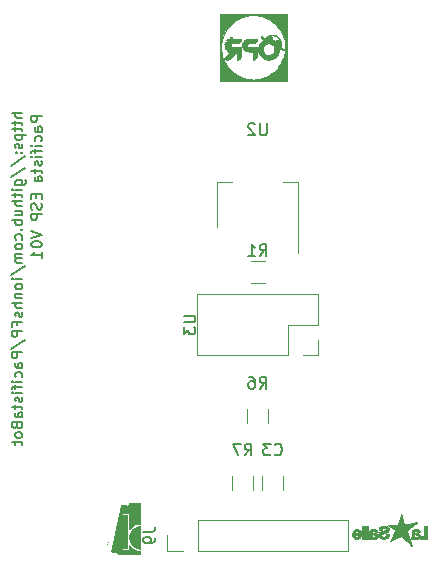
<source format=gbo>
G04 #@! TF.GenerationSoftware,KiCad,Pcbnew,(5.0.0)*
G04 #@! TF.CreationDate,2020-01-07T10:02:11+01:00*
G04 #@! TF.ProjectId,Pacifistabot-ESP-01s,506163696669737461626F742D455350,rev?*
G04 #@! TF.SameCoordinates,Original*
G04 #@! TF.FileFunction,Legend,Bot*
G04 #@! TF.FilePolarity,Positive*
%FSLAX46Y46*%
G04 Gerber Fmt 4.6, Leading zero omitted, Abs format (unit mm)*
G04 Created by KiCad (PCBNEW (5.0.0)) date 01/07/20 10:02:11*
%MOMM*%
%LPD*%
G01*
G04 APERTURE LIST*
%ADD10C,0.150000*%
%ADD11C,0.120000*%
%ADD12C,0.010000*%
G04 APERTURE END LIST*
D10*
X68098142Y-105548857D02*
X67198142Y-105548857D01*
X67198142Y-105891714D01*
X67241000Y-105977428D01*
X67283857Y-106020285D01*
X67369571Y-106063142D01*
X67498142Y-106063142D01*
X67583857Y-106020285D01*
X67626714Y-105977428D01*
X67669571Y-105891714D01*
X67669571Y-105548857D01*
X68098142Y-106834571D02*
X67626714Y-106834571D01*
X67541000Y-106791714D01*
X67498142Y-106706000D01*
X67498142Y-106534571D01*
X67541000Y-106448857D01*
X68055285Y-106834571D02*
X68098142Y-106748857D01*
X68098142Y-106534571D01*
X68055285Y-106448857D01*
X67969571Y-106406000D01*
X67883857Y-106406000D01*
X67798142Y-106448857D01*
X67755285Y-106534571D01*
X67755285Y-106748857D01*
X67712428Y-106834571D01*
X68055285Y-107648857D02*
X68098142Y-107563142D01*
X68098142Y-107391714D01*
X68055285Y-107306000D01*
X68012428Y-107263142D01*
X67926714Y-107220285D01*
X67669571Y-107220285D01*
X67583857Y-107263142D01*
X67541000Y-107306000D01*
X67498142Y-107391714D01*
X67498142Y-107563142D01*
X67541000Y-107648857D01*
X68098142Y-108034571D02*
X67498142Y-108034571D01*
X67198142Y-108034571D02*
X67241000Y-107991714D01*
X67283857Y-108034571D01*
X67241000Y-108077428D01*
X67198142Y-108034571D01*
X67283857Y-108034571D01*
X67498142Y-108334571D02*
X67498142Y-108677428D01*
X68098142Y-108463142D02*
X67326714Y-108463142D01*
X67241000Y-108506000D01*
X67198142Y-108591714D01*
X67198142Y-108677428D01*
X68098142Y-108977428D02*
X67498142Y-108977428D01*
X67198142Y-108977428D02*
X67241000Y-108934571D01*
X67283857Y-108977428D01*
X67241000Y-109020285D01*
X67198142Y-108977428D01*
X67283857Y-108977428D01*
X68055285Y-109363142D02*
X68098142Y-109448857D01*
X68098142Y-109620285D01*
X68055285Y-109706000D01*
X67969571Y-109748857D01*
X67926714Y-109748857D01*
X67841000Y-109706000D01*
X67798142Y-109620285D01*
X67798142Y-109491714D01*
X67755285Y-109406000D01*
X67669571Y-109363142D01*
X67626714Y-109363142D01*
X67541000Y-109406000D01*
X67498142Y-109491714D01*
X67498142Y-109620285D01*
X67541000Y-109706000D01*
X67498142Y-110006000D02*
X67498142Y-110348857D01*
X67198142Y-110134571D02*
X67969571Y-110134571D01*
X68055285Y-110177428D01*
X68098142Y-110263142D01*
X68098142Y-110348857D01*
X68098142Y-111034571D02*
X67626714Y-111034571D01*
X67541000Y-110991714D01*
X67498142Y-110906000D01*
X67498142Y-110734571D01*
X67541000Y-110648857D01*
X68055285Y-111034571D02*
X68098142Y-110948857D01*
X68098142Y-110734571D01*
X68055285Y-110648857D01*
X67969571Y-110606000D01*
X67883857Y-110606000D01*
X67798142Y-110648857D01*
X67755285Y-110734571D01*
X67755285Y-110948857D01*
X67712428Y-111034571D01*
X67626714Y-112148857D02*
X67626714Y-112448857D01*
X68098142Y-112577428D02*
X68098142Y-112148857D01*
X67198142Y-112148857D01*
X67198142Y-112577428D01*
X68055285Y-112920285D02*
X68098142Y-113048857D01*
X68098142Y-113263142D01*
X68055285Y-113348857D01*
X68012428Y-113391714D01*
X67926714Y-113434571D01*
X67841000Y-113434571D01*
X67755285Y-113391714D01*
X67712428Y-113348857D01*
X67669571Y-113263142D01*
X67626714Y-113091714D01*
X67583857Y-113006000D01*
X67541000Y-112963142D01*
X67455285Y-112920285D01*
X67369571Y-112920285D01*
X67283857Y-112963142D01*
X67241000Y-113006000D01*
X67198142Y-113091714D01*
X67198142Y-113306000D01*
X67241000Y-113434571D01*
X68098142Y-113820285D02*
X67198142Y-113820285D01*
X67198142Y-114163142D01*
X67241000Y-114248857D01*
X67283857Y-114291714D01*
X67369571Y-114334571D01*
X67498142Y-114334571D01*
X67583857Y-114291714D01*
X67626714Y-114248857D01*
X67669571Y-114163142D01*
X67669571Y-113820285D01*
X67198142Y-115277428D02*
X68098142Y-115577428D01*
X67198142Y-115877428D01*
X67198142Y-116348857D02*
X67198142Y-116434571D01*
X67241000Y-116520285D01*
X67283857Y-116563142D01*
X67369571Y-116606000D01*
X67541000Y-116648857D01*
X67755285Y-116648857D01*
X67926714Y-116606000D01*
X68012428Y-116563142D01*
X68055285Y-116520285D01*
X68098142Y-116434571D01*
X68098142Y-116348857D01*
X68055285Y-116263142D01*
X68012428Y-116220285D01*
X67926714Y-116177428D01*
X67755285Y-116134571D01*
X67541000Y-116134571D01*
X67369571Y-116177428D01*
X67283857Y-116220285D01*
X67241000Y-116263142D01*
X67198142Y-116348857D01*
X68098142Y-117506000D02*
X68098142Y-116991714D01*
X68098142Y-117248857D02*
X67198142Y-117248857D01*
X67326714Y-117163142D01*
X67412428Y-117077428D01*
X67455285Y-116991714D01*
X66447142Y-105260142D02*
X65547142Y-105260142D01*
X66447142Y-105645857D02*
X65975714Y-105645857D01*
X65890000Y-105603000D01*
X65847142Y-105517285D01*
X65847142Y-105388714D01*
X65890000Y-105303000D01*
X65932857Y-105260142D01*
X65847142Y-105945857D02*
X65847142Y-106288714D01*
X65547142Y-106074428D02*
X66318571Y-106074428D01*
X66404285Y-106117285D01*
X66447142Y-106203000D01*
X66447142Y-106288714D01*
X65847142Y-106460142D02*
X65847142Y-106803000D01*
X65547142Y-106588714D02*
X66318571Y-106588714D01*
X66404285Y-106631571D01*
X66447142Y-106717285D01*
X66447142Y-106803000D01*
X65847142Y-107102999D02*
X66747142Y-107102999D01*
X65890000Y-107102999D02*
X65847142Y-107188714D01*
X65847142Y-107360142D01*
X65890000Y-107445857D01*
X65932857Y-107488714D01*
X66018571Y-107531571D01*
X66275714Y-107531571D01*
X66361428Y-107488714D01*
X66404285Y-107445857D01*
X66447142Y-107360142D01*
X66447142Y-107188714D01*
X66404285Y-107102999D01*
X66404285Y-107874428D02*
X66447142Y-107960142D01*
X66447142Y-108131571D01*
X66404285Y-108217285D01*
X66318571Y-108260142D01*
X66275714Y-108260142D01*
X66190000Y-108217285D01*
X66147142Y-108131571D01*
X66147142Y-108002999D01*
X66104285Y-107917285D01*
X66018571Y-107874428D01*
X65975714Y-107874428D01*
X65890000Y-107917285D01*
X65847142Y-108002999D01*
X65847142Y-108131571D01*
X65890000Y-108217285D01*
X66361428Y-108645857D02*
X66404285Y-108688714D01*
X66447142Y-108645857D01*
X66404285Y-108602999D01*
X66361428Y-108645857D01*
X66447142Y-108645857D01*
X65890000Y-108645857D02*
X65932857Y-108688714D01*
X65975714Y-108645857D01*
X65932857Y-108602999D01*
X65890000Y-108645857D01*
X65975714Y-108645857D01*
X65504285Y-109717285D02*
X66661428Y-108945857D01*
X65504285Y-110660142D02*
X66661428Y-109888714D01*
X65847142Y-111345857D02*
X66575714Y-111345857D01*
X66661428Y-111302999D01*
X66704285Y-111260142D01*
X66747142Y-111174428D01*
X66747142Y-111045857D01*
X66704285Y-110960142D01*
X66404285Y-111345857D02*
X66447142Y-111260142D01*
X66447142Y-111088714D01*
X66404285Y-111002999D01*
X66361428Y-110960142D01*
X66275714Y-110917285D01*
X66018571Y-110917285D01*
X65932857Y-110960142D01*
X65890000Y-111002999D01*
X65847142Y-111088714D01*
X65847142Y-111260142D01*
X65890000Y-111345857D01*
X66447142Y-111774428D02*
X65847142Y-111774428D01*
X65547142Y-111774428D02*
X65590000Y-111731571D01*
X65632857Y-111774428D01*
X65590000Y-111817285D01*
X65547142Y-111774428D01*
X65632857Y-111774428D01*
X65847142Y-112074428D02*
X65847142Y-112417285D01*
X65547142Y-112202999D02*
X66318571Y-112202999D01*
X66404285Y-112245857D01*
X66447142Y-112331571D01*
X66447142Y-112417285D01*
X66447142Y-112717285D02*
X65547142Y-112717285D01*
X66447142Y-113102999D02*
X65975714Y-113102999D01*
X65890000Y-113060142D01*
X65847142Y-112974428D01*
X65847142Y-112845857D01*
X65890000Y-112760142D01*
X65932857Y-112717285D01*
X65847142Y-113917285D02*
X66447142Y-113917285D01*
X65847142Y-113531571D02*
X66318571Y-113531571D01*
X66404285Y-113574428D01*
X66447142Y-113660142D01*
X66447142Y-113788714D01*
X66404285Y-113874428D01*
X66361428Y-113917285D01*
X66447142Y-114345857D02*
X65547142Y-114345857D01*
X65890000Y-114345857D02*
X65847142Y-114431571D01*
X65847142Y-114602999D01*
X65890000Y-114688714D01*
X65932857Y-114731571D01*
X66018571Y-114774428D01*
X66275714Y-114774428D01*
X66361428Y-114731571D01*
X66404285Y-114688714D01*
X66447142Y-114602999D01*
X66447142Y-114431571D01*
X66404285Y-114345857D01*
X66361428Y-115160142D02*
X66404285Y-115202999D01*
X66447142Y-115160142D01*
X66404285Y-115117285D01*
X66361428Y-115160142D01*
X66447142Y-115160142D01*
X66404285Y-115974428D02*
X66447142Y-115888714D01*
X66447142Y-115717285D01*
X66404285Y-115631571D01*
X66361428Y-115588714D01*
X66275714Y-115545857D01*
X66018571Y-115545857D01*
X65932857Y-115588714D01*
X65890000Y-115631571D01*
X65847142Y-115717285D01*
X65847142Y-115888714D01*
X65890000Y-115974428D01*
X66447142Y-116488714D02*
X66404285Y-116402999D01*
X66361428Y-116360142D01*
X66275714Y-116317285D01*
X66018571Y-116317285D01*
X65932857Y-116360142D01*
X65890000Y-116402999D01*
X65847142Y-116488714D01*
X65847142Y-116617285D01*
X65890000Y-116702999D01*
X65932857Y-116745857D01*
X66018571Y-116788714D01*
X66275714Y-116788714D01*
X66361428Y-116745857D01*
X66404285Y-116702999D01*
X66447142Y-116617285D01*
X66447142Y-116488714D01*
X66447142Y-117174428D02*
X65847142Y-117174428D01*
X65932857Y-117174428D02*
X65890000Y-117217285D01*
X65847142Y-117302999D01*
X65847142Y-117431571D01*
X65890000Y-117517285D01*
X65975714Y-117560142D01*
X66447142Y-117560142D01*
X65975714Y-117560142D02*
X65890000Y-117602999D01*
X65847142Y-117688714D01*
X65847142Y-117817285D01*
X65890000Y-117902999D01*
X65975714Y-117945857D01*
X66447142Y-117945857D01*
X65504285Y-119017285D02*
X66661428Y-118245857D01*
X66447142Y-119317285D02*
X65847142Y-119317285D01*
X65547142Y-119317285D02*
X65590000Y-119274428D01*
X65632857Y-119317285D01*
X65590000Y-119360142D01*
X65547142Y-119317285D01*
X65632857Y-119317285D01*
X66447142Y-119874428D02*
X66404285Y-119788714D01*
X66361428Y-119745857D01*
X66275714Y-119702999D01*
X66018571Y-119702999D01*
X65932857Y-119745857D01*
X65890000Y-119788714D01*
X65847142Y-119874428D01*
X65847142Y-120002999D01*
X65890000Y-120088714D01*
X65932857Y-120131571D01*
X66018571Y-120174428D01*
X66275714Y-120174428D01*
X66361428Y-120131571D01*
X66404285Y-120088714D01*
X66447142Y-120002999D01*
X66447142Y-119874428D01*
X65847142Y-120560142D02*
X66447142Y-120560142D01*
X65932857Y-120560142D02*
X65890000Y-120602999D01*
X65847142Y-120688714D01*
X65847142Y-120817285D01*
X65890000Y-120902999D01*
X65975714Y-120945857D01*
X66447142Y-120945857D01*
X66447142Y-121374428D02*
X65547142Y-121374428D01*
X66447142Y-121760142D02*
X65975714Y-121760142D01*
X65890000Y-121717285D01*
X65847142Y-121631571D01*
X65847142Y-121502999D01*
X65890000Y-121417285D01*
X65932857Y-121374428D01*
X66404285Y-122145857D02*
X66447142Y-122231571D01*
X66447142Y-122402999D01*
X66404285Y-122488714D01*
X66318571Y-122531571D01*
X66275714Y-122531571D01*
X66190000Y-122488714D01*
X66147142Y-122402999D01*
X66147142Y-122274428D01*
X66104285Y-122188714D01*
X66018571Y-122145857D01*
X65975714Y-122145857D01*
X65890000Y-122188714D01*
X65847142Y-122274428D01*
X65847142Y-122402999D01*
X65890000Y-122488714D01*
X65975714Y-123217285D02*
X65975714Y-122917285D01*
X66447142Y-122917285D02*
X65547142Y-122917285D01*
X65547142Y-123345857D01*
X66447142Y-123688714D02*
X65547142Y-123688714D01*
X65547142Y-124031571D01*
X65590000Y-124117285D01*
X65632857Y-124160142D01*
X65718571Y-124202999D01*
X65847142Y-124202999D01*
X65932857Y-124160142D01*
X65975714Y-124117285D01*
X66018571Y-124031571D01*
X66018571Y-123688714D01*
X65504285Y-125231571D02*
X66661428Y-124460142D01*
X66447142Y-125531571D02*
X65547142Y-125531571D01*
X65547142Y-125874428D01*
X65590000Y-125960142D01*
X65632857Y-126002999D01*
X65718571Y-126045857D01*
X65847142Y-126045857D01*
X65932857Y-126002999D01*
X65975714Y-125960142D01*
X66018571Y-125874428D01*
X66018571Y-125531571D01*
X66447142Y-126817285D02*
X65975714Y-126817285D01*
X65890000Y-126774428D01*
X65847142Y-126688714D01*
X65847142Y-126517285D01*
X65890000Y-126431571D01*
X66404285Y-126817285D02*
X66447142Y-126731571D01*
X66447142Y-126517285D01*
X66404285Y-126431571D01*
X66318571Y-126388714D01*
X66232857Y-126388714D01*
X66147142Y-126431571D01*
X66104285Y-126517285D01*
X66104285Y-126731571D01*
X66061428Y-126817285D01*
X66404285Y-127631571D02*
X66447142Y-127545857D01*
X66447142Y-127374428D01*
X66404285Y-127288714D01*
X66361428Y-127245857D01*
X66275714Y-127202999D01*
X66018571Y-127202999D01*
X65932857Y-127245857D01*
X65890000Y-127288714D01*
X65847142Y-127374428D01*
X65847142Y-127545857D01*
X65890000Y-127631571D01*
X66447142Y-128017285D02*
X65847142Y-128017285D01*
X65547142Y-128017285D02*
X65590000Y-127974428D01*
X65632857Y-128017285D01*
X65590000Y-128060142D01*
X65547142Y-128017285D01*
X65632857Y-128017285D01*
X65847142Y-128317285D02*
X65847142Y-128660142D01*
X66447142Y-128445857D02*
X65675714Y-128445857D01*
X65590000Y-128488714D01*
X65547142Y-128574428D01*
X65547142Y-128660142D01*
X66447142Y-128960142D02*
X65847142Y-128960142D01*
X65547142Y-128960142D02*
X65590000Y-128917285D01*
X65632857Y-128960142D01*
X65590000Y-129002999D01*
X65547142Y-128960142D01*
X65632857Y-128960142D01*
X66404285Y-129345857D02*
X66447142Y-129431571D01*
X66447142Y-129602999D01*
X66404285Y-129688714D01*
X66318571Y-129731571D01*
X66275714Y-129731571D01*
X66190000Y-129688714D01*
X66147142Y-129602999D01*
X66147142Y-129474428D01*
X66104285Y-129388714D01*
X66018571Y-129345857D01*
X65975714Y-129345857D01*
X65890000Y-129388714D01*
X65847142Y-129474428D01*
X65847142Y-129602999D01*
X65890000Y-129688714D01*
X65847142Y-129988714D02*
X65847142Y-130331571D01*
X65547142Y-130117285D02*
X66318571Y-130117285D01*
X66404285Y-130160142D01*
X66447142Y-130245857D01*
X66447142Y-130331571D01*
X66447142Y-131017285D02*
X65975714Y-131017285D01*
X65890000Y-130974428D01*
X65847142Y-130888714D01*
X65847142Y-130717285D01*
X65890000Y-130631571D01*
X66404285Y-131017285D02*
X66447142Y-130931571D01*
X66447142Y-130717285D01*
X66404285Y-130631571D01*
X66318571Y-130588714D01*
X66232857Y-130588714D01*
X66147142Y-130631571D01*
X66104285Y-130717285D01*
X66104285Y-130931571D01*
X66061428Y-131017285D01*
X65975714Y-131745857D02*
X66018571Y-131874428D01*
X66061428Y-131917285D01*
X66147142Y-131960142D01*
X66275714Y-131960142D01*
X66361428Y-131917285D01*
X66404285Y-131874428D01*
X66447142Y-131788714D01*
X66447142Y-131445857D01*
X65547142Y-131445857D01*
X65547142Y-131745857D01*
X65590000Y-131831571D01*
X65632857Y-131874428D01*
X65718571Y-131917285D01*
X65804285Y-131917285D01*
X65890000Y-131874428D01*
X65932857Y-131831571D01*
X65975714Y-131745857D01*
X65975714Y-131445857D01*
X66447142Y-132474428D02*
X66404285Y-132388714D01*
X66361428Y-132345857D01*
X66275714Y-132302999D01*
X66018571Y-132302999D01*
X65932857Y-132345857D01*
X65890000Y-132388714D01*
X65847142Y-132474428D01*
X65847142Y-132602999D01*
X65890000Y-132688714D01*
X65932857Y-132731571D01*
X66018571Y-132774428D01*
X66275714Y-132774428D01*
X66361428Y-132731571D01*
X66404285Y-132688714D01*
X66447142Y-132602999D01*
X66447142Y-132474428D01*
X65847142Y-133031571D02*
X65847142Y-133374428D01*
X65547142Y-133160142D02*
X66318571Y-133160142D01*
X66404285Y-133202999D01*
X66447142Y-133288714D01*
X66447142Y-133374428D01*
D11*
G04 #@! TO.C,U3*
X91500000Y-125790000D02*
X91500000Y-124460000D01*
X90170000Y-125790000D02*
X91500000Y-125790000D01*
X91500000Y-123190000D02*
X91500000Y-120590000D01*
X88900000Y-123190000D02*
X91500000Y-123190000D01*
X88900000Y-125790000D02*
X88900000Y-123190000D01*
X91500000Y-120590000D02*
X81220000Y-120590000D01*
X88900000Y-125790000D02*
X81220000Y-125790000D01*
X81220000Y-125790000D02*
X81220000Y-120590000D01*
G04 #@! TO.C,U2*
X82950000Y-111120000D02*
X84210000Y-111120000D01*
X89770000Y-111120000D02*
X88510000Y-111120000D01*
X82950000Y-114880000D02*
X82950000Y-111120000D01*
X89770000Y-117130000D02*
X89770000Y-111120000D01*
G04 #@! TO.C,R1*
X86962064Y-117835000D02*
X85757936Y-117835000D01*
X86962064Y-119655000D02*
X85757936Y-119655000D01*
G04 #@! TO.C,J9*
X81280000Y-139703500D02*
X81280000Y-142363500D01*
X81280000Y-139703500D02*
X94040000Y-139703500D01*
X94040000Y-139703500D02*
X94040000Y-142363500D01*
X81280000Y-142363500D02*
X94040000Y-142363500D01*
X78680000Y-142363500D02*
X80010000Y-142363500D01*
X78680000Y-141033500D02*
X78680000Y-142363500D01*
G04 #@! TO.C,R6*
X85450000Y-131512064D02*
X85450000Y-130307936D01*
X87270000Y-131512064D02*
X87270000Y-130307936D01*
G04 #@! TO.C,R7*
X84180000Y-135959436D02*
X84180000Y-137163564D01*
X86000000Y-135959436D02*
X86000000Y-137163564D01*
G04 #@! TO.C,C3*
X88540000Y-137163564D02*
X88540000Y-135959436D01*
X86720000Y-137163564D02*
X86720000Y-135959436D01*
D12*
G04 #@! TO.C,*
G36*
X83151870Y-102533174D02*
X88806130Y-102533174D01*
X88806130Y-99699980D01*
X88702292Y-99699980D01*
X88695227Y-99861738D01*
X88675995Y-100031815D01*
X88645291Y-100205650D01*
X88603812Y-100378684D01*
X88552252Y-100546357D01*
X88538926Y-100584000D01*
X88444514Y-100813511D01*
X88332526Y-101031684D01*
X88203850Y-101237397D01*
X88059372Y-101429529D01*
X87899980Y-101606956D01*
X87726562Y-101768558D01*
X87540004Y-101913210D01*
X87430246Y-101986317D01*
X87218169Y-102107203D01*
X86994598Y-102210868D01*
X86762599Y-102296247D01*
X86525240Y-102362280D01*
X86285587Y-102407903D01*
X86172261Y-102422073D01*
X86090841Y-102427361D01*
X85994694Y-102428499D01*
X85890740Y-102425715D01*
X85785900Y-102419237D01*
X85687097Y-102409291D01*
X85655711Y-102405103D01*
X85566737Y-102389908D01*
X85464964Y-102368527D01*
X85357632Y-102342776D01*
X85251981Y-102314473D01*
X85155252Y-102285434D01*
X85089280Y-102262940D01*
X85020189Y-102235475D01*
X84938015Y-102199397D01*
X84848378Y-102157471D01*
X84756894Y-102112461D01*
X84669182Y-102067130D01*
X84590859Y-102024243D01*
X84527755Y-101986695D01*
X84371807Y-101879215D01*
X84219681Y-101757442D01*
X84075939Y-101625556D01*
X83945144Y-101487738D01*
X83834350Y-101351522D01*
X83688995Y-101138596D01*
X83564463Y-100918322D01*
X83460686Y-100690520D01*
X83377594Y-100455011D01*
X83315119Y-100211616D01*
X83273193Y-99960154D01*
X83261505Y-99849946D01*
X83255708Y-99701064D01*
X83262773Y-99539305D01*
X83282005Y-99369229D01*
X83312709Y-99195394D01*
X83354188Y-99022360D01*
X83405748Y-98854686D01*
X83419074Y-98817043D01*
X83514049Y-98586202D01*
X83626665Y-98367049D01*
X83756128Y-98160588D01*
X83901642Y-97967824D01*
X84062414Y-97789764D01*
X84237648Y-97627412D01*
X84426551Y-97481773D01*
X84527755Y-97414348D01*
X84591140Y-97376641D01*
X84669510Y-97333738D01*
X84757248Y-97288404D01*
X84848736Y-97243400D01*
X84938355Y-97201492D01*
X85020488Y-97165443D01*
X85089280Y-97138103D01*
X85175024Y-97109347D01*
X85275681Y-97079922D01*
X85384212Y-97051590D01*
X85493578Y-97026118D01*
X85596741Y-97005270D01*
X85664261Y-96993958D01*
X85774322Y-96981830D01*
X85897624Y-96975385D01*
X86026065Y-96974622D01*
X86151543Y-96979542D01*
X86265954Y-96990144D01*
X86293739Y-96993958D01*
X86387899Y-97010303D01*
X86493415Y-97032564D01*
X86603248Y-97058976D01*
X86710359Y-97087773D01*
X86807710Y-97117193D01*
X86868720Y-97138103D01*
X86937812Y-97165569D01*
X87019985Y-97201646D01*
X87109623Y-97243572D01*
X87201106Y-97288582D01*
X87288818Y-97333913D01*
X87367141Y-97376801D01*
X87430246Y-97414348D01*
X87586193Y-97521828D01*
X87738319Y-97643601D01*
X87882061Y-97775487D01*
X88012856Y-97913305D01*
X88123650Y-98049522D01*
X88269005Y-98262448D01*
X88393537Y-98482722D01*
X88497315Y-98710523D01*
X88580406Y-98946032D01*
X88642881Y-99189428D01*
X88684807Y-99440890D01*
X88696495Y-99551098D01*
X88702292Y-99699980D01*
X88806130Y-99699980D01*
X88806130Y-96867870D01*
X83151870Y-96867870D01*
X83151870Y-102533174D01*
X83151870Y-102533174D01*
G37*
X83151870Y-102533174D02*
X88806130Y-102533174D01*
X88806130Y-99699980D01*
X88702292Y-99699980D01*
X88695227Y-99861738D01*
X88675995Y-100031815D01*
X88645291Y-100205650D01*
X88603812Y-100378684D01*
X88552252Y-100546357D01*
X88538926Y-100584000D01*
X88444514Y-100813511D01*
X88332526Y-101031684D01*
X88203850Y-101237397D01*
X88059372Y-101429529D01*
X87899980Y-101606956D01*
X87726562Y-101768558D01*
X87540004Y-101913210D01*
X87430246Y-101986317D01*
X87218169Y-102107203D01*
X86994598Y-102210868D01*
X86762599Y-102296247D01*
X86525240Y-102362280D01*
X86285587Y-102407903D01*
X86172261Y-102422073D01*
X86090841Y-102427361D01*
X85994694Y-102428499D01*
X85890740Y-102425715D01*
X85785900Y-102419237D01*
X85687097Y-102409291D01*
X85655711Y-102405103D01*
X85566737Y-102389908D01*
X85464964Y-102368527D01*
X85357632Y-102342776D01*
X85251981Y-102314473D01*
X85155252Y-102285434D01*
X85089280Y-102262940D01*
X85020189Y-102235475D01*
X84938015Y-102199397D01*
X84848378Y-102157471D01*
X84756894Y-102112461D01*
X84669182Y-102067130D01*
X84590859Y-102024243D01*
X84527755Y-101986695D01*
X84371807Y-101879215D01*
X84219681Y-101757442D01*
X84075939Y-101625556D01*
X83945144Y-101487738D01*
X83834350Y-101351522D01*
X83688995Y-101138596D01*
X83564463Y-100918322D01*
X83460686Y-100690520D01*
X83377594Y-100455011D01*
X83315119Y-100211616D01*
X83273193Y-99960154D01*
X83261505Y-99849946D01*
X83255708Y-99701064D01*
X83262773Y-99539305D01*
X83282005Y-99369229D01*
X83312709Y-99195394D01*
X83354188Y-99022360D01*
X83405748Y-98854686D01*
X83419074Y-98817043D01*
X83514049Y-98586202D01*
X83626665Y-98367049D01*
X83756128Y-98160588D01*
X83901642Y-97967824D01*
X84062414Y-97789764D01*
X84237648Y-97627412D01*
X84426551Y-97481773D01*
X84527755Y-97414348D01*
X84591140Y-97376641D01*
X84669510Y-97333738D01*
X84757248Y-97288404D01*
X84848736Y-97243400D01*
X84938355Y-97201492D01*
X85020488Y-97165443D01*
X85089280Y-97138103D01*
X85175024Y-97109347D01*
X85275681Y-97079922D01*
X85384212Y-97051590D01*
X85493578Y-97026118D01*
X85596741Y-97005270D01*
X85664261Y-96993958D01*
X85774322Y-96981830D01*
X85897624Y-96975385D01*
X86026065Y-96974622D01*
X86151543Y-96979542D01*
X86265954Y-96990144D01*
X86293739Y-96993958D01*
X86387899Y-97010303D01*
X86493415Y-97032564D01*
X86603248Y-97058976D01*
X86710359Y-97087773D01*
X86807710Y-97117193D01*
X86868720Y-97138103D01*
X86937812Y-97165569D01*
X87019985Y-97201646D01*
X87109623Y-97243572D01*
X87201106Y-97288582D01*
X87288818Y-97333913D01*
X87367141Y-97376801D01*
X87430246Y-97414348D01*
X87586193Y-97521828D01*
X87738319Y-97643601D01*
X87882061Y-97775487D01*
X88012856Y-97913305D01*
X88123650Y-98049522D01*
X88269005Y-98262448D01*
X88393537Y-98482722D01*
X88497315Y-98710523D01*
X88580406Y-98946032D01*
X88642881Y-99189428D01*
X88684807Y-99440890D01*
X88696495Y-99551098D01*
X88702292Y-99699980D01*
X88806130Y-99699980D01*
X88806130Y-96867870D01*
X83151870Y-96867870D01*
X83151870Y-102533174D01*
G36*
X87505684Y-98644377D02*
X87386933Y-98666178D01*
X87273118Y-98706885D01*
X87166784Y-98766230D01*
X87070477Y-98843946D01*
X87067152Y-98847159D01*
X87033341Y-98879171D01*
X87005074Y-98904340D01*
X86986234Y-98919293D01*
X86981081Y-98921956D01*
X86968588Y-98916704D01*
X86940944Y-98902344D01*
X86902036Y-98880971D01*
X86855749Y-98854679D01*
X86847948Y-98850174D01*
X86785755Y-98815563D01*
X86738565Y-98793051D01*
X86703424Y-98781874D01*
X86677382Y-98781267D01*
X86657486Y-98790464D01*
X86648842Y-98798587D01*
X86634061Y-98827826D01*
X86631536Y-98862256D01*
X86639017Y-98884988D01*
X86651165Y-98895131D01*
X86678582Y-98913773D01*
X86717397Y-98938398D01*
X86763735Y-98966488D01*
X86771370Y-98971007D01*
X86817646Y-98998998D01*
X86856099Y-99023574D01*
X86883168Y-99042361D01*
X86895289Y-99052981D01*
X86895609Y-99053856D01*
X86886771Y-99063987D01*
X86863813Y-99080635D01*
X86837630Y-99096706D01*
X86732484Y-99169482D01*
X86638281Y-99259718D01*
X86557061Y-99364662D01*
X86490865Y-99481560D01*
X86441733Y-99607659D01*
X86431033Y-99645304D01*
X86414263Y-99736781D01*
X86407323Y-99839070D01*
X86410215Y-99943205D01*
X86422938Y-100040220D01*
X86431033Y-100076000D01*
X86476028Y-100207090D01*
X86538674Y-100327079D01*
X86617135Y-100434694D01*
X86709572Y-100528664D01*
X86814147Y-100607718D01*
X86929022Y-100670585D01*
X87052358Y-100715992D01*
X87182319Y-100742668D01*
X87317066Y-100749342D01*
X87396114Y-100743614D01*
X87531287Y-100717088D01*
X87657863Y-100671252D01*
X87774346Y-100607712D01*
X87879235Y-100528072D01*
X87971031Y-100433940D01*
X88048235Y-100326920D01*
X88109349Y-100208619D01*
X88152873Y-100080643D01*
X88177308Y-99944596D01*
X88180644Y-99903265D01*
X88184382Y-99861225D01*
X87784609Y-99861225D01*
X87784324Y-99916739D01*
X87782651Y-99956480D01*
X87778365Y-99986761D01*
X87770240Y-100013897D01*
X87757048Y-100044199D01*
X87743789Y-100071390D01*
X87686547Y-100164029D01*
X87614443Y-100240335D01*
X87527420Y-100300356D01*
X87442405Y-100338350D01*
X87406411Y-100348533D01*
X87365424Y-100354050D01*
X87312858Y-100355555D01*
X87275603Y-100354879D01*
X87222266Y-100352719D01*
X87183360Y-100348729D01*
X87151228Y-100341171D01*
X87118213Y-100328309D01*
X87081673Y-100310890D01*
X86994274Y-100255892D01*
X86918022Y-100184227D01*
X86857037Y-100100080D01*
X86837245Y-100062611D01*
X86821798Y-100028656D01*
X86811626Y-100000527D01*
X86805632Y-99971970D01*
X86802722Y-99936734D01*
X86801799Y-99888568D01*
X86801739Y-99860079D01*
X86802022Y-99804580D01*
X86803692Y-99764848D01*
X86807978Y-99734564D01*
X86816112Y-99707409D01*
X86829323Y-99677063D01*
X86842722Y-99649584D01*
X86897885Y-99561840D01*
X86969643Y-99485443D01*
X87053924Y-99424406D01*
X87091215Y-99404723D01*
X87125170Y-99389276D01*
X87153299Y-99379104D01*
X87181856Y-99373111D01*
X87217092Y-99370200D01*
X87265258Y-99369277D01*
X87293747Y-99369217D01*
X87349246Y-99369500D01*
X87388978Y-99371170D01*
X87419262Y-99375456D01*
X87446417Y-99383590D01*
X87476764Y-99396801D01*
X87504242Y-99410200D01*
X87591986Y-99465363D01*
X87668383Y-99537121D01*
X87729420Y-99621402D01*
X87749103Y-99658693D01*
X87764550Y-99692648D01*
X87774722Y-99720777D01*
X87780715Y-99749334D01*
X87783626Y-99784570D01*
X87784549Y-99832736D01*
X87784609Y-99861225D01*
X88184382Y-99861225D01*
X88184424Y-99860759D01*
X88189806Y-99827675D01*
X88195816Y-99809435D01*
X88197794Y-99807590D01*
X88211115Y-99811411D01*
X88239735Y-99824580D01*
X88279928Y-99845229D01*
X88327967Y-99871491D01*
X88348084Y-99882887D01*
X88402300Y-99913725D01*
X88440893Y-99934803D01*
X88467368Y-99947409D01*
X88485228Y-99952828D01*
X88497977Y-99952346D01*
X88509118Y-99947252D01*
X88514332Y-99943935D01*
X88538932Y-99920346D01*
X88553170Y-99896571D01*
X88557510Y-99875158D01*
X88554501Y-99863943D01*
X88505984Y-99863943D01*
X88502839Y-99888719D01*
X88487854Y-99906827D01*
X88467450Y-99911059D01*
X88464774Y-99910229D01*
X88452825Y-99903847D01*
X88423125Y-99887206D01*
X88377054Y-99861096D01*
X88315986Y-99826304D01*
X88241298Y-99783620D01*
X88154368Y-99733831D01*
X88056572Y-99677727D01*
X87949286Y-99616095D01*
X87833887Y-99549725D01*
X87711751Y-99479405D01*
X87584256Y-99405922D01*
X87574783Y-99400459D01*
X87446751Y-99326535D01*
X87323903Y-99255429D01*
X87207628Y-99187956D01*
X87099313Y-99124929D01*
X87000348Y-99067161D01*
X86912120Y-99015466D01*
X86836019Y-98970659D01*
X86773432Y-98933551D01*
X86725748Y-98904958D01*
X86694355Y-98885692D01*
X86680643Y-98876568D01*
X86680414Y-98876362D01*
X86665827Y-98857085D01*
X86668672Y-98839400D01*
X86670554Y-98836216D01*
X86687589Y-98818849D01*
X86698010Y-98814049D01*
X86710513Y-98818865D01*
X86740356Y-98833967D01*
X86785919Y-98858415D01*
X86845581Y-98891267D01*
X86917722Y-98931582D01*
X87000722Y-98978419D01*
X87092959Y-99030838D01*
X87192814Y-99087898D01*
X87298666Y-99148656D01*
X87408895Y-99212174D01*
X87521881Y-99277508D01*
X87636002Y-99343720D01*
X87749639Y-99409867D01*
X87861171Y-99475008D01*
X87968977Y-99538203D01*
X88071438Y-99598510D01*
X88166933Y-99654989D01*
X88253841Y-99706699D01*
X88330542Y-99752699D01*
X88395416Y-99792047D01*
X88446842Y-99823802D01*
X88483200Y-99847025D01*
X88502869Y-99860773D01*
X88505984Y-99863943D01*
X88554501Y-99863943D01*
X88551988Y-99854579D01*
X88534494Y-99832722D01*
X88502915Y-99807472D01*
X88455142Y-99776716D01*
X88403044Y-99746270D01*
X88351153Y-99715385D01*
X88312476Y-99689609D01*
X88289343Y-99670600D01*
X88283610Y-99661181D01*
X88288497Y-99641573D01*
X88298382Y-99610973D01*
X88303095Y-99597749D01*
X88331555Y-99489064D01*
X88339828Y-99376892D01*
X88338086Y-99358814D01*
X88286539Y-99358814D01*
X88284407Y-99390577D01*
X88278361Y-99406743D01*
X88275525Y-99407870D01*
X88263876Y-99402517D01*
X88235056Y-99387187D01*
X88191009Y-99362969D01*
X88133676Y-99330954D01*
X88065002Y-99292232D01*
X87986928Y-99247892D01*
X87901398Y-99199025D01*
X87819982Y-99152266D01*
X87729342Y-99100007D01*
X87644451Y-99050913D01*
X87567255Y-99006122D01*
X87499699Y-98966768D01*
X87443731Y-98933989D01*
X87401298Y-98908920D01*
X87374345Y-98892699D01*
X87364957Y-98886626D01*
X87364318Y-98873567D01*
X87381265Y-98855013D01*
X87412787Y-98833452D01*
X87455876Y-98811372D01*
X87456065Y-98811287D01*
X87485303Y-98794041D01*
X87500836Y-98776680D01*
X87501029Y-98762906D01*
X87484245Y-98756420D01*
X87480365Y-98756304D01*
X87449083Y-98762707D01*
X87413201Y-98779202D01*
X87378722Y-98801721D01*
X87351644Y-98826195D01*
X87337969Y-98848555D01*
X87337348Y-98853280D01*
X87333952Y-98862833D01*
X87321753Y-98862359D01*
X87297732Y-98850862D01*
X87259026Y-98827444D01*
X87212153Y-98797855D01*
X87238859Y-98777493D01*
X87270931Y-98758746D01*
X87318285Y-98738067D01*
X87374533Y-98717793D01*
X87433286Y-98700261D01*
X87479826Y-98689376D01*
X87590682Y-98678419D01*
X87701397Y-98687755D01*
X87809467Y-98715717D01*
X87912388Y-98760637D01*
X88007658Y-98820848D01*
X88092772Y-98894682D01*
X88165227Y-98980473D01*
X88222519Y-99076554D01*
X88262145Y-99181256D01*
X88270627Y-99216034D01*
X88279532Y-99266934D01*
X88284875Y-99316063D01*
X88286539Y-99358814D01*
X88338086Y-99358814D01*
X88328937Y-99263906D01*
X88299908Y-99152779D01*
X88253763Y-99046187D01*
X88191526Y-98946802D01*
X88114220Y-98857299D01*
X88022870Y-98780351D01*
X87979143Y-98751556D01*
X87866100Y-98695070D01*
X87747813Y-98658556D01*
X87626825Y-98641747D01*
X87505684Y-98644377D01*
X87505684Y-98644377D01*
G37*
X87505684Y-98644377D02*
X87386933Y-98666178D01*
X87273118Y-98706885D01*
X87166784Y-98766230D01*
X87070477Y-98843946D01*
X87067152Y-98847159D01*
X87033341Y-98879171D01*
X87005074Y-98904340D01*
X86986234Y-98919293D01*
X86981081Y-98921956D01*
X86968588Y-98916704D01*
X86940944Y-98902344D01*
X86902036Y-98880971D01*
X86855749Y-98854679D01*
X86847948Y-98850174D01*
X86785755Y-98815563D01*
X86738565Y-98793051D01*
X86703424Y-98781874D01*
X86677382Y-98781267D01*
X86657486Y-98790464D01*
X86648842Y-98798587D01*
X86634061Y-98827826D01*
X86631536Y-98862256D01*
X86639017Y-98884988D01*
X86651165Y-98895131D01*
X86678582Y-98913773D01*
X86717397Y-98938398D01*
X86763735Y-98966488D01*
X86771370Y-98971007D01*
X86817646Y-98998998D01*
X86856099Y-99023574D01*
X86883168Y-99042361D01*
X86895289Y-99052981D01*
X86895609Y-99053856D01*
X86886771Y-99063987D01*
X86863813Y-99080635D01*
X86837630Y-99096706D01*
X86732484Y-99169482D01*
X86638281Y-99259718D01*
X86557061Y-99364662D01*
X86490865Y-99481560D01*
X86441733Y-99607659D01*
X86431033Y-99645304D01*
X86414263Y-99736781D01*
X86407323Y-99839070D01*
X86410215Y-99943205D01*
X86422938Y-100040220D01*
X86431033Y-100076000D01*
X86476028Y-100207090D01*
X86538674Y-100327079D01*
X86617135Y-100434694D01*
X86709572Y-100528664D01*
X86814147Y-100607718D01*
X86929022Y-100670585D01*
X87052358Y-100715992D01*
X87182319Y-100742668D01*
X87317066Y-100749342D01*
X87396114Y-100743614D01*
X87531287Y-100717088D01*
X87657863Y-100671252D01*
X87774346Y-100607712D01*
X87879235Y-100528072D01*
X87971031Y-100433940D01*
X88048235Y-100326920D01*
X88109349Y-100208619D01*
X88152873Y-100080643D01*
X88177308Y-99944596D01*
X88180644Y-99903265D01*
X88184382Y-99861225D01*
X87784609Y-99861225D01*
X87784324Y-99916739D01*
X87782651Y-99956480D01*
X87778365Y-99986761D01*
X87770240Y-100013897D01*
X87757048Y-100044199D01*
X87743789Y-100071390D01*
X87686547Y-100164029D01*
X87614443Y-100240335D01*
X87527420Y-100300356D01*
X87442405Y-100338350D01*
X87406411Y-100348533D01*
X87365424Y-100354050D01*
X87312858Y-100355555D01*
X87275603Y-100354879D01*
X87222266Y-100352719D01*
X87183360Y-100348729D01*
X87151228Y-100341171D01*
X87118213Y-100328309D01*
X87081673Y-100310890D01*
X86994274Y-100255892D01*
X86918022Y-100184227D01*
X86857037Y-100100080D01*
X86837245Y-100062611D01*
X86821798Y-100028656D01*
X86811626Y-100000527D01*
X86805632Y-99971970D01*
X86802722Y-99936734D01*
X86801799Y-99888568D01*
X86801739Y-99860079D01*
X86802022Y-99804580D01*
X86803692Y-99764848D01*
X86807978Y-99734564D01*
X86816112Y-99707409D01*
X86829323Y-99677063D01*
X86842722Y-99649584D01*
X86897885Y-99561840D01*
X86969643Y-99485443D01*
X87053924Y-99424406D01*
X87091215Y-99404723D01*
X87125170Y-99389276D01*
X87153299Y-99379104D01*
X87181856Y-99373111D01*
X87217092Y-99370200D01*
X87265258Y-99369277D01*
X87293747Y-99369217D01*
X87349246Y-99369500D01*
X87388978Y-99371170D01*
X87419262Y-99375456D01*
X87446417Y-99383590D01*
X87476764Y-99396801D01*
X87504242Y-99410200D01*
X87591986Y-99465363D01*
X87668383Y-99537121D01*
X87729420Y-99621402D01*
X87749103Y-99658693D01*
X87764550Y-99692648D01*
X87774722Y-99720777D01*
X87780715Y-99749334D01*
X87783626Y-99784570D01*
X87784549Y-99832736D01*
X87784609Y-99861225D01*
X88184382Y-99861225D01*
X88184424Y-99860759D01*
X88189806Y-99827675D01*
X88195816Y-99809435D01*
X88197794Y-99807590D01*
X88211115Y-99811411D01*
X88239735Y-99824580D01*
X88279928Y-99845229D01*
X88327967Y-99871491D01*
X88348084Y-99882887D01*
X88402300Y-99913725D01*
X88440893Y-99934803D01*
X88467368Y-99947409D01*
X88485228Y-99952828D01*
X88497977Y-99952346D01*
X88509118Y-99947252D01*
X88514332Y-99943935D01*
X88538932Y-99920346D01*
X88553170Y-99896571D01*
X88557510Y-99875158D01*
X88554501Y-99863943D01*
X88505984Y-99863943D01*
X88502839Y-99888719D01*
X88487854Y-99906827D01*
X88467450Y-99911059D01*
X88464774Y-99910229D01*
X88452825Y-99903847D01*
X88423125Y-99887206D01*
X88377054Y-99861096D01*
X88315986Y-99826304D01*
X88241298Y-99783620D01*
X88154368Y-99733831D01*
X88056572Y-99677727D01*
X87949286Y-99616095D01*
X87833887Y-99549725D01*
X87711751Y-99479405D01*
X87584256Y-99405922D01*
X87574783Y-99400459D01*
X87446751Y-99326535D01*
X87323903Y-99255429D01*
X87207628Y-99187956D01*
X87099313Y-99124929D01*
X87000348Y-99067161D01*
X86912120Y-99015466D01*
X86836019Y-98970659D01*
X86773432Y-98933551D01*
X86725748Y-98904958D01*
X86694355Y-98885692D01*
X86680643Y-98876568D01*
X86680414Y-98876362D01*
X86665827Y-98857085D01*
X86668672Y-98839400D01*
X86670554Y-98836216D01*
X86687589Y-98818849D01*
X86698010Y-98814049D01*
X86710513Y-98818865D01*
X86740356Y-98833967D01*
X86785919Y-98858415D01*
X86845581Y-98891267D01*
X86917722Y-98931582D01*
X87000722Y-98978419D01*
X87092959Y-99030838D01*
X87192814Y-99087898D01*
X87298666Y-99148656D01*
X87408895Y-99212174D01*
X87521881Y-99277508D01*
X87636002Y-99343720D01*
X87749639Y-99409867D01*
X87861171Y-99475008D01*
X87968977Y-99538203D01*
X88071438Y-99598510D01*
X88166933Y-99654989D01*
X88253841Y-99706699D01*
X88330542Y-99752699D01*
X88395416Y-99792047D01*
X88446842Y-99823802D01*
X88483200Y-99847025D01*
X88502869Y-99860773D01*
X88505984Y-99863943D01*
X88554501Y-99863943D01*
X88551988Y-99854579D01*
X88534494Y-99832722D01*
X88502915Y-99807472D01*
X88455142Y-99776716D01*
X88403044Y-99746270D01*
X88351153Y-99715385D01*
X88312476Y-99689609D01*
X88289343Y-99670600D01*
X88283610Y-99661181D01*
X88288497Y-99641573D01*
X88298382Y-99610973D01*
X88303095Y-99597749D01*
X88331555Y-99489064D01*
X88339828Y-99376892D01*
X88338086Y-99358814D01*
X88286539Y-99358814D01*
X88284407Y-99390577D01*
X88278361Y-99406743D01*
X88275525Y-99407870D01*
X88263876Y-99402517D01*
X88235056Y-99387187D01*
X88191009Y-99362969D01*
X88133676Y-99330954D01*
X88065002Y-99292232D01*
X87986928Y-99247892D01*
X87901398Y-99199025D01*
X87819982Y-99152266D01*
X87729342Y-99100007D01*
X87644451Y-99050913D01*
X87567255Y-99006122D01*
X87499699Y-98966768D01*
X87443731Y-98933989D01*
X87401298Y-98908920D01*
X87374345Y-98892699D01*
X87364957Y-98886626D01*
X87364318Y-98873567D01*
X87381265Y-98855013D01*
X87412787Y-98833452D01*
X87455876Y-98811372D01*
X87456065Y-98811287D01*
X87485303Y-98794041D01*
X87500836Y-98776680D01*
X87501029Y-98762906D01*
X87484245Y-98756420D01*
X87480365Y-98756304D01*
X87449083Y-98762707D01*
X87413201Y-98779202D01*
X87378722Y-98801721D01*
X87351644Y-98826195D01*
X87337969Y-98848555D01*
X87337348Y-98853280D01*
X87333952Y-98862833D01*
X87321753Y-98862359D01*
X87297732Y-98850862D01*
X87259026Y-98827444D01*
X87212153Y-98797855D01*
X87238859Y-98777493D01*
X87270931Y-98758746D01*
X87318285Y-98738067D01*
X87374533Y-98717793D01*
X87433286Y-98700261D01*
X87479826Y-98689376D01*
X87590682Y-98678419D01*
X87701397Y-98687755D01*
X87809467Y-98715717D01*
X87912388Y-98760637D01*
X88007658Y-98820848D01*
X88092772Y-98894682D01*
X88165227Y-98980473D01*
X88222519Y-99076554D01*
X88262145Y-99181256D01*
X88270627Y-99216034D01*
X88279532Y-99266934D01*
X88284875Y-99316063D01*
X88286539Y-99358814D01*
X88338086Y-99358814D01*
X88328937Y-99263906D01*
X88299908Y-99152779D01*
X88253763Y-99046187D01*
X88191526Y-98946802D01*
X88114220Y-98857299D01*
X88022870Y-98780351D01*
X87979143Y-98751556D01*
X87866100Y-98695070D01*
X87747813Y-98658556D01*
X87626825Y-98641747D01*
X87505684Y-98644377D01*
G36*
X85774654Y-98968300D02*
X85690288Y-98969370D01*
X85618275Y-98971127D01*
X85561734Y-98973515D01*
X85523787Y-98976473D01*
X85520696Y-98976855D01*
X85415749Y-99000845D01*
X85321417Y-99042485D01*
X85238936Y-99099497D01*
X85169547Y-99169605D01*
X85114486Y-99250532D01*
X85074991Y-99340000D01*
X85052302Y-99435732D01*
X85047657Y-99535452D01*
X85062292Y-99636882D01*
X85097448Y-99737745D01*
X85101851Y-99747115D01*
X85158094Y-99839291D01*
X85230737Y-99917552D01*
X85317673Y-99979776D01*
X85349522Y-99996616D01*
X85397409Y-100017796D01*
X85445216Y-100033828D01*
X85497064Y-100045348D01*
X85557072Y-100052995D01*
X85629359Y-100057404D01*
X85718046Y-100059213D01*
X85755212Y-100059351D01*
X85934511Y-100059435D01*
X85937430Y-100403627D01*
X85938660Y-100507514D01*
X85940424Y-100594321D01*
X85942680Y-100663013D01*
X85945385Y-100712556D01*
X85948499Y-100741916D01*
X85951391Y-100750222D01*
X85968283Y-100749712D01*
X85997676Y-100745587D01*
X86010676Y-100743209D01*
X86095782Y-100715791D01*
X86171354Y-100670013D01*
X86234894Y-100608453D01*
X86283906Y-100533686D01*
X86315890Y-100448291D01*
X86321506Y-100422547D01*
X86324460Y-100394622D01*
X86326865Y-100347438D01*
X86328664Y-100283820D01*
X86329800Y-100206590D01*
X86330217Y-100118573D01*
X86329855Y-100022591D01*
X86329791Y-100014660D01*
X86326870Y-99667391D01*
X85929304Y-99661870D01*
X85816703Y-99660099D01*
X85724476Y-99658161D01*
X85650908Y-99655973D01*
X85594288Y-99653455D01*
X85552901Y-99650525D01*
X85525035Y-99647102D01*
X85508976Y-99643106D01*
X85506300Y-99641839D01*
X85470658Y-99609719D01*
X85447805Y-99564989D01*
X85439160Y-99513975D01*
X85446142Y-99463002D01*
X85459509Y-99433253D01*
X85473306Y-99412746D01*
X85488561Y-99396840D01*
X85508196Y-99384880D01*
X85535132Y-99376209D01*
X85572292Y-99370170D01*
X85622595Y-99366107D01*
X85688964Y-99363362D01*
X85774319Y-99361279D01*
X85780225Y-99361159D01*
X85868138Y-99359022D01*
X85937539Y-99356133D01*
X85992001Y-99351788D01*
X86035099Y-99345282D01*
X86070406Y-99335910D01*
X86101497Y-99322969D01*
X86131946Y-99305753D01*
X86161893Y-99285926D01*
X86224188Y-99230660D01*
X86274202Y-99161286D01*
X86308608Y-99083479D01*
X86323533Y-99010304D01*
X86326870Y-98971652D01*
X85967957Y-98968460D01*
X85868250Y-98967977D01*
X85774654Y-98968300D01*
X85774654Y-98968300D01*
G37*
X85774654Y-98968300D02*
X85690288Y-98969370D01*
X85618275Y-98971127D01*
X85561734Y-98973515D01*
X85523787Y-98976473D01*
X85520696Y-98976855D01*
X85415749Y-99000845D01*
X85321417Y-99042485D01*
X85238936Y-99099497D01*
X85169547Y-99169605D01*
X85114486Y-99250532D01*
X85074991Y-99340000D01*
X85052302Y-99435732D01*
X85047657Y-99535452D01*
X85062292Y-99636882D01*
X85097448Y-99737745D01*
X85101851Y-99747115D01*
X85158094Y-99839291D01*
X85230737Y-99917552D01*
X85317673Y-99979776D01*
X85349522Y-99996616D01*
X85397409Y-100017796D01*
X85445216Y-100033828D01*
X85497064Y-100045348D01*
X85557072Y-100052995D01*
X85629359Y-100057404D01*
X85718046Y-100059213D01*
X85755212Y-100059351D01*
X85934511Y-100059435D01*
X85937430Y-100403627D01*
X85938660Y-100507514D01*
X85940424Y-100594321D01*
X85942680Y-100663013D01*
X85945385Y-100712556D01*
X85948499Y-100741916D01*
X85951391Y-100750222D01*
X85968283Y-100749712D01*
X85997676Y-100745587D01*
X86010676Y-100743209D01*
X86095782Y-100715791D01*
X86171354Y-100670013D01*
X86234894Y-100608453D01*
X86283906Y-100533686D01*
X86315890Y-100448291D01*
X86321506Y-100422547D01*
X86324460Y-100394622D01*
X86326865Y-100347438D01*
X86328664Y-100283820D01*
X86329800Y-100206590D01*
X86330217Y-100118573D01*
X86329855Y-100022591D01*
X86329791Y-100014660D01*
X86326870Y-99667391D01*
X85929304Y-99661870D01*
X85816703Y-99660099D01*
X85724476Y-99658161D01*
X85650908Y-99655973D01*
X85594288Y-99653455D01*
X85552901Y-99650525D01*
X85525035Y-99647102D01*
X85508976Y-99643106D01*
X85506300Y-99641839D01*
X85470658Y-99609719D01*
X85447805Y-99564989D01*
X85439160Y-99513975D01*
X85446142Y-99463002D01*
X85459509Y-99433253D01*
X85473306Y-99412746D01*
X85488561Y-99396840D01*
X85508196Y-99384880D01*
X85535132Y-99376209D01*
X85572292Y-99370170D01*
X85622595Y-99366107D01*
X85688964Y-99363362D01*
X85774319Y-99361279D01*
X85780225Y-99361159D01*
X85868138Y-99359022D01*
X85937539Y-99356133D01*
X85992001Y-99351788D01*
X86035099Y-99345282D01*
X86070406Y-99335910D01*
X86101497Y-99322969D01*
X86131946Y-99305753D01*
X86161893Y-99285926D01*
X86224188Y-99230660D01*
X86274202Y-99161286D01*
X86308608Y-99083479D01*
X86323533Y-99010304D01*
X86326870Y-98971652D01*
X85967957Y-98968460D01*
X85868250Y-98967977D01*
X85774654Y-98968300D01*
G36*
X84108266Y-98826219D02*
X84060321Y-98834016D01*
X84029820Y-98844374D01*
X84012194Y-98861670D01*
X84002877Y-98890282D01*
X83997518Y-98932349D01*
X83992165Y-98975499D01*
X83985179Y-99002471D01*
X83974437Y-99019164D01*
X83963054Y-99028220D01*
X83947100Y-99037044D01*
X83932089Y-99038348D01*
X83911572Y-99030896D01*
X83879099Y-99013452D01*
X83875562Y-99011458D01*
X83841502Y-98993457D01*
X83813872Y-98981041D01*
X83800380Y-98977174D01*
X83785584Y-98984580D01*
X83761429Y-99003871D01*
X83736755Y-99027296D01*
X83687564Y-99077418D01*
X83707886Y-99112883D01*
X83727332Y-99146564D01*
X83745787Y-99178160D01*
X83745960Y-99178453D01*
X83757610Y-99209067D01*
X83752960Y-99239192D01*
X83745494Y-99255318D01*
X83733435Y-99265723D01*
X83711443Y-99272842D01*
X83674179Y-99279109D01*
X83661547Y-99280870D01*
X83615337Y-99288416D01*
X83586259Y-99298701D01*
X83569436Y-99316358D01*
X83559996Y-99346018D01*
X83554312Y-99382784D01*
X83546807Y-99439356D01*
X83613057Y-99472798D01*
X83659915Y-99500864D01*
X83685363Y-99527768D01*
X83689915Y-99555004D01*
X83674090Y-99584064D01*
X83657344Y-99600960D01*
X83625894Y-99627675D01*
X83594746Y-99652191D01*
X83588433Y-99656814D01*
X83556899Y-99679368D01*
X83577079Y-99734119D01*
X83590368Y-99767329D01*
X83602226Y-99792231D01*
X83607160Y-99799913D01*
X83622473Y-99805404D01*
X83653322Y-99809358D01*
X83693165Y-99810953D01*
X83695040Y-99810956D01*
X83736768Y-99811679D01*
X83762780Y-99815103D01*
X83779429Y-99823116D01*
X83793070Y-99837603D01*
X83795493Y-99840774D01*
X83817966Y-99870591D01*
X83794135Y-99932865D01*
X83781259Y-99969584D01*
X83772606Y-100000137D01*
X83770304Y-100014371D01*
X83778741Y-100031549D01*
X83799886Y-100053042D01*
X83827493Y-100074302D01*
X83855314Y-100090780D01*
X83877102Y-100097928D01*
X83883474Y-100096774D01*
X83899617Y-100085442D01*
X83925624Y-100065487D01*
X83942616Y-100051933D01*
X83971636Y-100031017D01*
X83996165Y-100017739D01*
X84005596Y-100015261D01*
X84032193Y-100020301D01*
X84058600Y-100032428D01*
X84076422Y-100047151D01*
X84079522Y-100054799D01*
X84071858Y-100065465D01*
X84050061Y-100089606D01*
X84015922Y-100125394D01*
X83971231Y-100170998D01*
X83917781Y-100224590D01*
X83857362Y-100284340D01*
X83797498Y-100342849D01*
X83715489Y-100423032D01*
X83648942Y-100489168D01*
X83597032Y-100542130D01*
X83558935Y-100582789D01*
X83533827Y-100612020D01*
X83520883Y-100630696D01*
X83518650Y-100638223D01*
X83530595Y-100655883D01*
X83560178Y-100678902D01*
X83593609Y-100699031D01*
X83627795Y-100717219D01*
X83655129Y-100728766D01*
X83682537Y-100735175D01*
X83716949Y-100737952D01*
X83765290Y-100738602D01*
X83775826Y-100738609D01*
X83818629Y-100738184D01*
X83855855Y-100736006D01*
X83889579Y-100730714D01*
X83921873Y-100720951D01*
X83954809Y-100705358D01*
X83990461Y-100682576D01*
X84030901Y-100651248D01*
X84078203Y-100610013D01*
X84134438Y-100557514D01*
X84201679Y-100492392D01*
X84282000Y-100413288D01*
X84301326Y-100394177D01*
X84366371Y-100330225D01*
X84426537Y-100271820D01*
X84480027Y-100220652D01*
X84525042Y-100178406D01*
X84559785Y-100146772D01*
X84582458Y-100127437D01*
X84591218Y-100122029D01*
X84593132Y-100134575D01*
X84594861Y-100166312D01*
X84596336Y-100214344D01*
X84597490Y-100275776D01*
X84598255Y-100347711D01*
X84598562Y-100427255D01*
X84598565Y-100436102D01*
X84598852Y-100516099D01*
X84599660Y-100588626D01*
X84600915Y-100650824D01*
X84602540Y-100699836D01*
X84604458Y-100732804D01*
X84606594Y-100746868D01*
X84606848Y-100747143D01*
X84621876Y-100747913D01*
X84650129Y-100744822D01*
X84664326Y-100742463D01*
X84748080Y-100716239D01*
X84824165Y-100670856D01*
X84889527Y-100608754D01*
X84941109Y-100532374D01*
X84950185Y-100514152D01*
X84979565Y-100451478D01*
X84979565Y-99667391D01*
X84579411Y-99661870D01*
X84179256Y-99656348D01*
X84137671Y-99614751D01*
X84113068Y-99587879D01*
X84100705Y-99564739D01*
X84096458Y-99535216D01*
X84096087Y-99512783D01*
X84097645Y-99475502D01*
X84105070Y-99450123D01*
X84122482Y-99426532D01*
X84137650Y-99410814D01*
X84179212Y-99369217D01*
X84424780Y-99362838D01*
X84506908Y-99360510D01*
X84570442Y-99358102D01*
X84618875Y-99355265D01*
X84655698Y-99351647D01*
X84684403Y-99346898D01*
X84708482Y-99340669D01*
X84731426Y-99332608D01*
X84733314Y-99331875D01*
X84800252Y-99296255D01*
X84861194Y-99246049D01*
X84912681Y-99185668D01*
X84951252Y-99119522D01*
X84973451Y-99052025D01*
X84977261Y-99020739D01*
X84979565Y-98971652D01*
X84604087Y-98965617D01*
X84515383Y-98964128D01*
X84434001Y-98962643D01*
X84362497Y-98961216D01*
X84303431Y-98959904D01*
X84259363Y-98958762D01*
X84232849Y-98957848D01*
X84226007Y-98957334D01*
X84220114Y-98947112D01*
X84207121Y-98922414D01*
X84189803Y-98888521D01*
X84189258Y-98887442D01*
X84155111Y-98819798D01*
X84108266Y-98826219D01*
X84108266Y-98826219D01*
G37*
X84108266Y-98826219D02*
X84060321Y-98834016D01*
X84029820Y-98844374D01*
X84012194Y-98861670D01*
X84002877Y-98890282D01*
X83997518Y-98932349D01*
X83992165Y-98975499D01*
X83985179Y-99002471D01*
X83974437Y-99019164D01*
X83963054Y-99028220D01*
X83947100Y-99037044D01*
X83932089Y-99038348D01*
X83911572Y-99030896D01*
X83879099Y-99013452D01*
X83875562Y-99011458D01*
X83841502Y-98993457D01*
X83813872Y-98981041D01*
X83800380Y-98977174D01*
X83785584Y-98984580D01*
X83761429Y-99003871D01*
X83736755Y-99027296D01*
X83687564Y-99077418D01*
X83707886Y-99112883D01*
X83727332Y-99146564D01*
X83745787Y-99178160D01*
X83745960Y-99178453D01*
X83757610Y-99209067D01*
X83752960Y-99239192D01*
X83745494Y-99255318D01*
X83733435Y-99265723D01*
X83711443Y-99272842D01*
X83674179Y-99279109D01*
X83661547Y-99280870D01*
X83615337Y-99288416D01*
X83586259Y-99298701D01*
X83569436Y-99316358D01*
X83559996Y-99346018D01*
X83554312Y-99382784D01*
X83546807Y-99439356D01*
X83613057Y-99472798D01*
X83659915Y-99500864D01*
X83685363Y-99527768D01*
X83689915Y-99555004D01*
X83674090Y-99584064D01*
X83657344Y-99600960D01*
X83625894Y-99627675D01*
X83594746Y-99652191D01*
X83588433Y-99656814D01*
X83556899Y-99679368D01*
X83577079Y-99734119D01*
X83590368Y-99767329D01*
X83602226Y-99792231D01*
X83607160Y-99799913D01*
X83622473Y-99805404D01*
X83653322Y-99809358D01*
X83693165Y-99810953D01*
X83695040Y-99810956D01*
X83736768Y-99811679D01*
X83762780Y-99815103D01*
X83779429Y-99823116D01*
X83793070Y-99837603D01*
X83795493Y-99840774D01*
X83817966Y-99870591D01*
X83794135Y-99932865D01*
X83781259Y-99969584D01*
X83772606Y-100000137D01*
X83770304Y-100014371D01*
X83778741Y-100031549D01*
X83799886Y-100053042D01*
X83827493Y-100074302D01*
X83855314Y-100090780D01*
X83877102Y-100097928D01*
X83883474Y-100096774D01*
X83899617Y-100085442D01*
X83925624Y-100065487D01*
X83942616Y-100051933D01*
X83971636Y-100031017D01*
X83996165Y-100017739D01*
X84005596Y-100015261D01*
X84032193Y-100020301D01*
X84058600Y-100032428D01*
X84076422Y-100047151D01*
X84079522Y-100054799D01*
X84071858Y-100065465D01*
X84050061Y-100089606D01*
X84015922Y-100125394D01*
X83971231Y-100170998D01*
X83917781Y-100224590D01*
X83857362Y-100284340D01*
X83797498Y-100342849D01*
X83715489Y-100423032D01*
X83648942Y-100489168D01*
X83597032Y-100542130D01*
X83558935Y-100582789D01*
X83533827Y-100612020D01*
X83520883Y-100630696D01*
X83518650Y-100638223D01*
X83530595Y-100655883D01*
X83560178Y-100678902D01*
X83593609Y-100699031D01*
X83627795Y-100717219D01*
X83655129Y-100728766D01*
X83682537Y-100735175D01*
X83716949Y-100737952D01*
X83765290Y-100738602D01*
X83775826Y-100738609D01*
X83818629Y-100738184D01*
X83855855Y-100736006D01*
X83889579Y-100730714D01*
X83921873Y-100720951D01*
X83954809Y-100705358D01*
X83990461Y-100682576D01*
X84030901Y-100651248D01*
X84078203Y-100610013D01*
X84134438Y-100557514D01*
X84201679Y-100492392D01*
X84282000Y-100413288D01*
X84301326Y-100394177D01*
X84366371Y-100330225D01*
X84426537Y-100271820D01*
X84480027Y-100220652D01*
X84525042Y-100178406D01*
X84559785Y-100146772D01*
X84582458Y-100127437D01*
X84591218Y-100122029D01*
X84593132Y-100134575D01*
X84594861Y-100166312D01*
X84596336Y-100214344D01*
X84597490Y-100275776D01*
X84598255Y-100347711D01*
X84598562Y-100427255D01*
X84598565Y-100436102D01*
X84598852Y-100516099D01*
X84599660Y-100588626D01*
X84600915Y-100650824D01*
X84602540Y-100699836D01*
X84604458Y-100732804D01*
X84606594Y-100746868D01*
X84606848Y-100747143D01*
X84621876Y-100747913D01*
X84650129Y-100744822D01*
X84664326Y-100742463D01*
X84748080Y-100716239D01*
X84824165Y-100670856D01*
X84889527Y-100608754D01*
X84941109Y-100532374D01*
X84950185Y-100514152D01*
X84979565Y-100451478D01*
X84979565Y-99667391D01*
X84579411Y-99661870D01*
X84179256Y-99656348D01*
X84137671Y-99614751D01*
X84113068Y-99587879D01*
X84100705Y-99564739D01*
X84096458Y-99535216D01*
X84096087Y-99512783D01*
X84097645Y-99475502D01*
X84105070Y-99450123D01*
X84122482Y-99426532D01*
X84137650Y-99410814D01*
X84179212Y-99369217D01*
X84424780Y-99362838D01*
X84506908Y-99360510D01*
X84570442Y-99358102D01*
X84618875Y-99355265D01*
X84655698Y-99351647D01*
X84684403Y-99346898D01*
X84708482Y-99340669D01*
X84731426Y-99332608D01*
X84733314Y-99331875D01*
X84800252Y-99296255D01*
X84861194Y-99246049D01*
X84912681Y-99185668D01*
X84951252Y-99119522D01*
X84973451Y-99052025D01*
X84977261Y-99020739D01*
X84979565Y-98971652D01*
X84604087Y-98965617D01*
X84515383Y-98964128D01*
X84434001Y-98962643D01*
X84362497Y-98961216D01*
X84303431Y-98959904D01*
X84259363Y-98958762D01*
X84232849Y-98957848D01*
X84226007Y-98957334D01*
X84220114Y-98947112D01*
X84207121Y-98922414D01*
X84189803Y-98888521D01*
X84189258Y-98887442D01*
X84155111Y-98819798D01*
X84108266Y-98826219D01*
G36*
X88136668Y-99117562D02*
X88134874Y-99138003D01*
X88138493Y-99174811D01*
X88143487Y-99208864D01*
X88152202Y-99259036D01*
X88160245Y-99289505D01*
X88168834Y-99302574D01*
X88179185Y-99300548D01*
X88187502Y-99292146D01*
X88193161Y-99272654D01*
X88193263Y-99239964D01*
X88188915Y-99200916D01*
X88181226Y-99162350D01*
X88171304Y-99131107D01*
X88160260Y-99114027D01*
X88158481Y-99113073D01*
X88144371Y-99110312D01*
X88136668Y-99117562D01*
X88136668Y-99117562D01*
G37*
X88136668Y-99117562D02*
X88134874Y-99138003D01*
X88138493Y-99174811D01*
X88143487Y-99208864D01*
X88152202Y-99259036D01*
X88160245Y-99289505D01*
X88168834Y-99302574D01*
X88179185Y-99300548D01*
X88187502Y-99292146D01*
X88193161Y-99272654D01*
X88193263Y-99239964D01*
X88188915Y-99200916D01*
X88181226Y-99162350D01*
X88171304Y-99131107D01*
X88160260Y-99114027D01*
X88158481Y-99113073D01*
X88144371Y-99110312D01*
X88136668Y-99117562D01*
G36*
X88044845Y-99115770D02*
X88039322Y-99132430D01*
X88038221Y-99161548D01*
X88040744Y-99196209D01*
X88046092Y-99229498D01*
X88053463Y-99254501D01*
X88062019Y-99264304D01*
X88075418Y-99254880D01*
X88083920Y-99236096D01*
X88087815Y-99202844D01*
X88084966Y-99168707D01*
X88077011Y-99138731D01*
X88065589Y-99117959D01*
X88052338Y-99111437D01*
X88044845Y-99115770D01*
X88044845Y-99115770D01*
G37*
X88044845Y-99115770D02*
X88039322Y-99132430D01*
X88038221Y-99161548D01*
X88040744Y-99196209D01*
X88046092Y-99229498D01*
X88053463Y-99254501D01*
X88062019Y-99264304D01*
X88075418Y-99254880D01*
X88083920Y-99236096D01*
X88087815Y-99202844D01*
X88084966Y-99168707D01*
X88077011Y-99138731D01*
X88065589Y-99117959D01*
X88052338Y-99111437D01*
X88044845Y-99115770D01*
G36*
X87954436Y-99112774D02*
X87950270Y-99139999D01*
X87950261Y-99141906D01*
X87954545Y-99168825D01*
X87964714Y-99183961D01*
X87976744Y-99183733D01*
X87984259Y-99172156D01*
X87988510Y-99145333D01*
X87983679Y-99120213D01*
X87971961Y-99105362D01*
X87966826Y-99104174D01*
X87954436Y-99112774D01*
X87954436Y-99112774D01*
G37*
X87954436Y-99112774D02*
X87950270Y-99139999D01*
X87950261Y-99141906D01*
X87954545Y-99168825D01*
X87964714Y-99183961D01*
X87976744Y-99183733D01*
X87984259Y-99172156D01*
X87988510Y-99145333D01*
X87983679Y-99120213D01*
X87971961Y-99105362D01*
X87966826Y-99104174D01*
X87954436Y-99112774D01*
G36*
X87517181Y-98872000D02*
X87496174Y-98891263D01*
X87484454Y-98913001D01*
X87487182Y-98932248D01*
X87489415Y-98934876D01*
X87503694Y-98936200D01*
X87528271Y-98920411D01*
X87543338Y-98907290D01*
X87567202Y-98884068D01*
X87575906Y-98870689D01*
X87571459Y-98863102D01*
X87566415Y-98860768D01*
X87542315Y-98860180D01*
X87517181Y-98872000D01*
X87517181Y-98872000D01*
G37*
X87517181Y-98872000D02*
X87496174Y-98891263D01*
X87484454Y-98913001D01*
X87487182Y-98932248D01*
X87489415Y-98934876D01*
X87503694Y-98936200D01*
X87528271Y-98920411D01*
X87543338Y-98907290D01*
X87567202Y-98884068D01*
X87575906Y-98870689D01*
X87571459Y-98863102D01*
X87566415Y-98860768D01*
X87542315Y-98860180D01*
X87517181Y-98872000D01*
G04 #@! TO.C,G\002A\002A\002A*
G36*
X75857485Y-138276479D02*
X75796456Y-138276518D01*
X75738364Y-138276581D01*
X75683740Y-138276667D01*
X75633111Y-138276773D01*
X75587006Y-138276898D01*
X75545954Y-138277040D01*
X75510483Y-138277198D01*
X75481121Y-138277369D01*
X75458398Y-138277553D01*
X75442841Y-138277746D01*
X75434979Y-138277949D01*
X75434092Y-138278044D01*
X75435695Y-138282454D01*
X75439813Y-138292099D01*
X75443466Y-138300269D01*
X75449490Y-138320214D01*
X75452547Y-138344938D01*
X75452590Y-138371272D01*
X75449569Y-138396046D01*
X75445176Y-138411932D01*
X75429217Y-138442755D01*
X75406953Y-138468508D01*
X75379347Y-138488255D01*
X75356299Y-138498366D01*
X75338459Y-138502319D01*
X75314800Y-138504654D01*
X75287819Y-138505353D01*
X75260013Y-138504397D01*
X75233877Y-138501768D01*
X75220036Y-138499380D01*
X75209860Y-138497242D01*
X75192384Y-138493555D01*
X75168590Y-138488525D01*
X75139460Y-138482361D01*
X75105976Y-138475270D01*
X75069120Y-138467461D01*
X75029873Y-138459142D01*
X74996767Y-138452120D01*
X74957493Y-138443848D01*
X74920786Y-138436231D01*
X74887467Y-138429430D01*
X74858359Y-138423609D01*
X74834285Y-138418930D01*
X74816068Y-138415556D01*
X74804529Y-138413648D01*
X74800507Y-138413340D01*
X74799170Y-138417840D01*
X74796277Y-138429788D01*
X74792015Y-138448345D01*
X74786570Y-138472673D01*
X74780127Y-138501934D01*
X74772875Y-138535290D01*
X74764997Y-138571903D01*
X74758311Y-138603254D01*
X74733359Y-138720714D01*
X74710081Y-138830292D01*
X74688391Y-138932386D01*
X74668206Y-139027396D01*
X74649439Y-139115720D01*
X74632006Y-139197759D01*
X74615823Y-139273910D01*
X74600805Y-139344574D01*
X74586866Y-139410149D01*
X74573923Y-139471035D01*
X74561889Y-139527631D01*
X74550680Y-139580336D01*
X74540212Y-139629549D01*
X74534471Y-139656532D01*
X74524118Y-139705199D01*
X74513320Y-139755970D01*
X74502388Y-139807377D01*
X74491635Y-139857955D01*
X74481372Y-139906234D01*
X74471912Y-139950749D01*
X74463566Y-139990031D01*
X74456647Y-140022614D01*
X74456176Y-140024832D01*
X74448892Y-140059134D01*
X74440212Y-140100002D01*
X74430500Y-140145719D01*
X74420120Y-140194570D01*
X74409438Y-140244839D01*
X74398817Y-140294810D01*
X74388622Y-140342768D01*
X74384215Y-140363499D01*
X74373979Y-140411649D01*
X74362850Y-140464009D01*
X74351250Y-140518601D01*
X74339598Y-140573444D01*
X74328315Y-140626560D01*
X74317821Y-140675968D01*
X74308538Y-140719688D01*
X74305967Y-140731799D01*
X74297133Y-140773406D01*
X74287905Y-140816849D01*
X74278649Y-140860406D01*
X74269730Y-140902357D01*
X74261515Y-140940979D01*
X74254370Y-140974551D01*
X74249269Y-140998499D01*
X74243435Y-141025887D01*
X74236203Y-141059882D01*
X74227926Y-141098811D01*
X74218961Y-141140996D01*
X74209664Y-141184765D01*
X74200392Y-141228441D01*
X74191694Y-141269432D01*
X74181846Y-141315836D01*
X74170808Y-141367814D01*
X74159106Y-141422895D01*
X74147264Y-141478610D01*
X74135806Y-141532489D01*
X74125259Y-141582063D01*
X74119491Y-141609157D01*
X74109650Y-141655378D01*
X74098588Y-141707345D01*
X74086844Y-141762522D01*
X74074957Y-141818374D01*
X74063469Y-141872366D01*
X74052917Y-141921963D01*
X74047866Y-141945707D01*
X74038606Y-141989241D01*
X74028622Y-142036177D01*
X74018346Y-142084482D01*
X74008211Y-142132123D01*
X73998650Y-142177066D01*
X73990094Y-142217279D01*
X73984621Y-142243001D01*
X73977912Y-142274823D01*
X73971903Y-142303898D01*
X73966791Y-142329219D01*
X73962777Y-142349775D01*
X73960059Y-142364557D01*
X73958836Y-142372556D01*
X73958838Y-142373690D01*
X73963173Y-142374867D01*
X73975030Y-142377646D01*
X73993650Y-142381859D01*
X74018275Y-142387337D01*
X74048147Y-142393915D01*
X74082506Y-142401425D01*
X74120596Y-142409699D01*
X74161657Y-142418570D01*
X74186062Y-142423821D01*
X74240531Y-142435579D01*
X74287402Y-142445854D01*
X74327374Y-142454852D01*
X74361145Y-142462783D01*
X74389413Y-142469853D01*
X74412876Y-142476270D01*
X74432234Y-142482242D01*
X74448183Y-142487977D01*
X74461423Y-142493682D01*
X74472651Y-142499566D01*
X74482566Y-142505835D01*
X74491867Y-142512697D01*
X74496016Y-142516017D01*
X74517866Y-142538945D01*
X74534627Y-142567086D01*
X74545035Y-142598101D01*
X74547131Y-142610733D01*
X74550132Y-142636584D01*
X75476071Y-142636744D01*
X75564019Y-142636746D01*
X75649725Y-142636723D01*
X75732806Y-142636675D01*
X75812876Y-142636604D01*
X75889550Y-142636511D01*
X75962443Y-142636397D01*
X76031172Y-142636263D01*
X76095350Y-142636110D01*
X76154593Y-142635940D01*
X76208516Y-142635753D01*
X76256735Y-142635551D01*
X76298864Y-142635335D01*
X76334519Y-142635105D01*
X76363315Y-142634863D01*
X76384868Y-142634611D01*
X76398791Y-142634349D01*
X76404701Y-142634078D01*
X76404884Y-142634029D01*
X76405566Y-142629258D01*
X76406191Y-142617023D01*
X76406737Y-142598326D01*
X76407187Y-142574170D01*
X76407519Y-142545556D01*
X76407714Y-142513487D01*
X76407758Y-142488394D01*
X76407758Y-142345634D01*
X76355900Y-142342608D01*
X76259521Y-142332972D01*
X76166303Y-142315494D01*
X76076237Y-142290168D01*
X75989314Y-142256990D01*
X75905527Y-142215955D01*
X75824867Y-142167059D01*
X75747326Y-142110297D01*
X75672894Y-142045664D01*
X75601564Y-141973157D01*
X75533327Y-141892769D01*
X75527225Y-141885003D01*
X75499709Y-141849762D01*
X75498611Y-142055956D01*
X75497514Y-142262149D01*
X75230015Y-142261147D01*
X75173149Y-142260921D01*
X75124093Y-142260670D01*
X75082192Y-142260345D01*
X75046788Y-142259899D01*
X75017226Y-142259287D01*
X74992849Y-142258459D01*
X74973000Y-142257371D01*
X74957024Y-142255974D01*
X74944264Y-142254221D01*
X74934064Y-142252066D01*
X74925768Y-142249460D01*
X74918718Y-142246358D01*
X74912260Y-142242712D01*
X74905736Y-142238475D01*
X74904760Y-142237819D01*
X74885883Y-142220439D01*
X74872729Y-142198676D01*
X74865373Y-142174193D01*
X74863889Y-142148653D01*
X74868350Y-142123718D01*
X74878831Y-142101053D01*
X74895404Y-142082320D01*
X74897768Y-142080444D01*
X74905861Y-142074426D01*
X74913492Y-142069440D01*
X74921527Y-142065379D01*
X74930829Y-142062141D01*
X74942262Y-142059618D01*
X74956690Y-142057709D01*
X74974978Y-142056306D01*
X74997989Y-142055306D01*
X75026588Y-142054605D01*
X75061639Y-142054097D01*
X75104005Y-142053677D01*
X75119827Y-142053539D01*
X75290278Y-142052076D01*
X75289160Y-140690263D01*
X75288042Y-139328449D01*
X75118708Y-139326130D01*
X75074061Y-139325490D01*
X75037013Y-139324839D01*
X75006700Y-139324076D01*
X74982255Y-139323101D01*
X74962813Y-139321814D01*
X74947508Y-139320115D01*
X74935473Y-139317902D01*
X74925844Y-139315076D01*
X74917753Y-139311537D01*
X74910335Y-139307183D01*
X74902725Y-139301916D01*
X74901389Y-139300951D01*
X74882828Y-139283434D01*
X74871018Y-139262179D01*
X74865445Y-139236078D01*
X74864834Y-139222615D01*
X74868129Y-139193283D01*
X74878317Y-139168818D01*
X74895448Y-139149162D01*
X74919571Y-139134254D01*
X74944973Y-139125435D01*
X74951284Y-139124067D01*
X74959287Y-139122898D01*
X74969637Y-139121914D01*
X74982993Y-139121100D01*
X75000010Y-139120440D01*
X75021348Y-139119920D01*
X75047661Y-139119526D01*
X75079609Y-139119242D01*
X75117847Y-139119053D01*
X75163034Y-139118944D01*
X75215825Y-139118901D01*
X75233885Y-139118899D01*
X75497567Y-139118899D01*
X75498638Y-139815968D01*
X75499709Y-140513038D01*
X75531205Y-140473193D01*
X75554195Y-140445772D01*
X75582420Y-140414754D01*
X75614344Y-140381633D01*
X75648433Y-140347899D01*
X75683154Y-140315043D01*
X75716972Y-140284558D01*
X75748352Y-140257934D01*
X75770642Y-140240439D01*
X75848843Y-140186172D01*
X75927695Y-140140091D01*
X76007951Y-140101918D01*
X76090369Y-140071374D01*
X76175702Y-140048179D01*
X76264707Y-140032055D01*
X76358138Y-140022722D01*
X76360134Y-140022598D01*
X76407758Y-140019673D01*
X76407758Y-138276466D01*
X75920925Y-138276466D01*
X75857485Y-138276479D01*
X75857485Y-138276479D01*
G37*
X75857485Y-138276479D02*
X75796456Y-138276518D01*
X75738364Y-138276581D01*
X75683740Y-138276667D01*
X75633111Y-138276773D01*
X75587006Y-138276898D01*
X75545954Y-138277040D01*
X75510483Y-138277198D01*
X75481121Y-138277369D01*
X75458398Y-138277553D01*
X75442841Y-138277746D01*
X75434979Y-138277949D01*
X75434092Y-138278044D01*
X75435695Y-138282454D01*
X75439813Y-138292099D01*
X75443466Y-138300269D01*
X75449490Y-138320214D01*
X75452547Y-138344938D01*
X75452590Y-138371272D01*
X75449569Y-138396046D01*
X75445176Y-138411932D01*
X75429217Y-138442755D01*
X75406953Y-138468508D01*
X75379347Y-138488255D01*
X75356299Y-138498366D01*
X75338459Y-138502319D01*
X75314800Y-138504654D01*
X75287819Y-138505353D01*
X75260013Y-138504397D01*
X75233877Y-138501768D01*
X75220036Y-138499380D01*
X75209860Y-138497242D01*
X75192384Y-138493555D01*
X75168590Y-138488525D01*
X75139460Y-138482361D01*
X75105976Y-138475270D01*
X75069120Y-138467461D01*
X75029873Y-138459142D01*
X74996767Y-138452120D01*
X74957493Y-138443848D01*
X74920786Y-138436231D01*
X74887467Y-138429430D01*
X74858359Y-138423609D01*
X74834285Y-138418930D01*
X74816068Y-138415556D01*
X74804529Y-138413648D01*
X74800507Y-138413340D01*
X74799170Y-138417840D01*
X74796277Y-138429788D01*
X74792015Y-138448345D01*
X74786570Y-138472673D01*
X74780127Y-138501934D01*
X74772875Y-138535290D01*
X74764997Y-138571903D01*
X74758311Y-138603254D01*
X74733359Y-138720714D01*
X74710081Y-138830292D01*
X74688391Y-138932386D01*
X74668206Y-139027396D01*
X74649439Y-139115720D01*
X74632006Y-139197759D01*
X74615823Y-139273910D01*
X74600805Y-139344574D01*
X74586866Y-139410149D01*
X74573923Y-139471035D01*
X74561889Y-139527631D01*
X74550680Y-139580336D01*
X74540212Y-139629549D01*
X74534471Y-139656532D01*
X74524118Y-139705199D01*
X74513320Y-139755970D01*
X74502388Y-139807377D01*
X74491635Y-139857955D01*
X74481372Y-139906234D01*
X74471912Y-139950749D01*
X74463566Y-139990031D01*
X74456647Y-140022614D01*
X74456176Y-140024832D01*
X74448892Y-140059134D01*
X74440212Y-140100002D01*
X74430500Y-140145719D01*
X74420120Y-140194570D01*
X74409438Y-140244839D01*
X74398817Y-140294810D01*
X74388622Y-140342768D01*
X74384215Y-140363499D01*
X74373979Y-140411649D01*
X74362850Y-140464009D01*
X74351250Y-140518601D01*
X74339598Y-140573444D01*
X74328315Y-140626560D01*
X74317821Y-140675968D01*
X74308538Y-140719688D01*
X74305967Y-140731799D01*
X74297133Y-140773406D01*
X74287905Y-140816849D01*
X74278649Y-140860406D01*
X74269730Y-140902357D01*
X74261515Y-140940979D01*
X74254370Y-140974551D01*
X74249269Y-140998499D01*
X74243435Y-141025887D01*
X74236203Y-141059882D01*
X74227926Y-141098811D01*
X74218961Y-141140996D01*
X74209664Y-141184765D01*
X74200392Y-141228441D01*
X74191694Y-141269432D01*
X74181846Y-141315836D01*
X74170808Y-141367814D01*
X74159106Y-141422895D01*
X74147264Y-141478610D01*
X74135806Y-141532489D01*
X74125259Y-141582063D01*
X74119491Y-141609157D01*
X74109650Y-141655378D01*
X74098588Y-141707345D01*
X74086844Y-141762522D01*
X74074957Y-141818374D01*
X74063469Y-141872366D01*
X74052917Y-141921963D01*
X74047866Y-141945707D01*
X74038606Y-141989241D01*
X74028622Y-142036177D01*
X74018346Y-142084482D01*
X74008211Y-142132123D01*
X73998650Y-142177066D01*
X73990094Y-142217279D01*
X73984621Y-142243001D01*
X73977912Y-142274823D01*
X73971903Y-142303898D01*
X73966791Y-142329219D01*
X73962777Y-142349775D01*
X73960059Y-142364557D01*
X73958836Y-142372556D01*
X73958838Y-142373690D01*
X73963173Y-142374867D01*
X73975030Y-142377646D01*
X73993650Y-142381859D01*
X74018275Y-142387337D01*
X74048147Y-142393915D01*
X74082506Y-142401425D01*
X74120596Y-142409699D01*
X74161657Y-142418570D01*
X74186062Y-142423821D01*
X74240531Y-142435579D01*
X74287402Y-142445854D01*
X74327374Y-142454852D01*
X74361145Y-142462783D01*
X74389413Y-142469853D01*
X74412876Y-142476270D01*
X74432234Y-142482242D01*
X74448183Y-142487977D01*
X74461423Y-142493682D01*
X74472651Y-142499566D01*
X74482566Y-142505835D01*
X74491867Y-142512697D01*
X74496016Y-142516017D01*
X74517866Y-142538945D01*
X74534627Y-142567086D01*
X74545035Y-142598101D01*
X74547131Y-142610733D01*
X74550132Y-142636584D01*
X75476071Y-142636744D01*
X75564019Y-142636746D01*
X75649725Y-142636723D01*
X75732806Y-142636675D01*
X75812876Y-142636604D01*
X75889550Y-142636511D01*
X75962443Y-142636397D01*
X76031172Y-142636263D01*
X76095350Y-142636110D01*
X76154593Y-142635940D01*
X76208516Y-142635753D01*
X76256735Y-142635551D01*
X76298864Y-142635335D01*
X76334519Y-142635105D01*
X76363315Y-142634863D01*
X76384868Y-142634611D01*
X76398791Y-142634349D01*
X76404701Y-142634078D01*
X76404884Y-142634029D01*
X76405566Y-142629258D01*
X76406191Y-142617023D01*
X76406737Y-142598326D01*
X76407187Y-142574170D01*
X76407519Y-142545556D01*
X76407714Y-142513487D01*
X76407758Y-142488394D01*
X76407758Y-142345634D01*
X76355900Y-142342608D01*
X76259521Y-142332972D01*
X76166303Y-142315494D01*
X76076237Y-142290168D01*
X75989314Y-142256990D01*
X75905527Y-142215955D01*
X75824867Y-142167059D01*
X75747326Y-142110297D01*
X75672894Y-142045664D01*
X75601564Y-141973157D01*
X75533327Y-141892769D01*
X75527225Y-141885003D01*
X75499709Y-141849762D01*
X75498611Y-142055956D01*
X75497514Y-142262149D01*
X75230015Y-142261147D01*
X75173149Y-142260921D01*
X75124093Y-142260670D01*
X75082192Y-142260345D01*
X75046788Y-142259899D01*
X75017226Y-142259287D01*
X74992849Y-142258459D01*
X74973000Y-142257371D01*
X74957024Y-142255974D01*
X74944264Y-142254221D01*
X74934064Y-142252066D01*
X74925768Y-142249460D01*
X74918718Y-142246358D01*
X74912260Y-142242712D01*
X74905736Y-142238475D01*
X74904760Y-142237819D01*
X74885883Y-142220439D01*
X74872729Y-142198676D01*
X74865373Y-142174193D01*
X74863889Y-142148653D01*
X74868350Y-142123718D01*
X74878831Y-142101053D01*
X74895404Y-142082320D01*
X74897768Y-142080444D01*
X74905861Y-142074426D01*
X74913492Y-142069440D01*
X74921527Y-142065379D01*
X74930829Y-142062141D01*
X74942262Y-142059618D01*
X74956690Y-142057709D01*
X74974978Y-142056306D01*
X74997989Y-142055306D01*
X75026588Y-142054605D01*
X75061639Y-142054097D01*
X75104005Y-142053677D01*
X75119827Y-142053539D01*
X75290278Y-142052076D01*
X75289160Y-140690263D01*
X75288042Y-139328449D01*
X75118708Y-139326130D01*
X75074061Y-139325490D01*
X75037013Y-139324839D01*
X75006700Y-139324076D01*
X74982255Y-139323101D01*
X74962813Y-139321814D01*
X74947508Y-139320115D01*
X74935473Y-139317902D01*
X74925844Y-139315076D01*
X74917753Y-139311537D01*
X74910335Y-139307183D01*
X74902725Y-139301916D01*
X74901389Y-139300951D01*
X74882828Y-139283434D01*
X74871018Y-139262179D01*
X74865445Y-139236078D01*
X74864834Y-139222615D01*
X74868129Y-139193283D01*
X74878317Y-139168818D01*
X74895448Y-139149162D01*
X74919571Y-139134254D01*
X74944973Y-139125435D01*
X74951284Y-139124067D01*
X74959287Y-139122898D01*
X74969637Y-139121914D01*
X74982993Y-139121100D01*
X75000010Y-139120440D01*
X75021348Y-139119920D01*
X75047661Y-139119526D01*
X75079609Y-139119242D01*
X75117847Y-139119053D01*
X75163034Y-139118944D01*
X75215825Y-139118901D01*
X75233885Y-139118899D01*
X75497567Y-139118899D01*
X75498638Y-139815968D01*
X75499709Y-140513038D01*
X75531205Y-140473193D01*
X75554195Y-140445772D01*
X75582420Y-140414754D01*
X75614344Y-140381633D01*
X75648433Y-140347899D01*
X75683154Y-140315043D01*
X75716972Y-140284558D01*
X75748352Y-140257934D01*
X75770642Y-140240439D01*
X75848843Y-140186172D01*
X75927695Y-140140091D01*
X76007951Y-140101918D01*
X76090369Y-140071374D01*
X76175702Y-140048179D01*
X76264707Y-140032055D01*
X76358138Y-140022722D01*
X76360134Y-140022598D01*
X76407758Y-140019673D01*
X76407758Y-138276466D01*
X75920925Y-138276466D01*
X75857485Y-138276479D01*
G36*
X73664234Y-141624050D02*
X73666351Y-141626167D01*
X73668467Y-141624050D01*
X73666351Y-141621933D01*
X73664234Y-141624050D01*
X73664234Y-141624050D01*
G37*
X73664234Y-141624050D02*
X73666351Y-141626167D01*
X73668467Y-141624050D01*
X73666351Y-141621933D01*
X73664234Y-141624050D01*
G36*
X73579567Y-141717183D02*
X73581684Y-141719300D01*
X73583801Y-141717183D01*
X73581684Y-141715067D01*
X73579567Y-141717183D01*
X73579567Y-141717183D01*
G37*
X73579567Y-141717183D02*
X73581684Y-141719300D01*
X73583801Y-141717183D01*
X73581684Y-141715067D01*
X73579567Y-141717183D01*
G36*
X76333421Y-140250329D02*
X76295591Y-140254279D01*
X76256254Y-140259965D01*
X76217599Y-140267116D01*
X76184679Y-140274717D01*
X76107824Y-140298820D01*
X76032906Y-140330733D01*
X75960521Y-140369906D01*
X75891262Y-140415789D01*
X75825725Y-140467833D01*
X75764503Y-140525487D01*
X75708190Y-140588202D01*
X75657382Y-140655429D01*
X75612673Y-140726618D01*
X75574656Y-140801218D01*
X75549902Y-140861777D01*
X75526026Y-140938469D01*
X75508687Y-141019106D01*
X75497885Y-141102414D01*
X75493616Y-141187121D01*
X75495881Y-141271956D01*
X75504676Y-141355645D01*
X75520001Y-141436917D01*
X75541854Y-141514499D01*
X75550759Y-141539777D01*
X75584727Y-141619166D01*
X75626450Y-141695698D01*
X75675511Y-141768746D01*
X75731499Y-141837684D01*
X75783543Y-141891924D01*
X75850273Y-141951662D01*
X75918564Y-142003212D01*
X75988887Y-142046783D01*
X76061712Y-142082584D01*
X76137509Y-142110823D01*
X76216746Y-142131709D01*
X76299896Y-142145450D01*
X76368155Y-142151363D01*
X76383396Y-142151892D01*
X76395049Y-142151726D01*
X76400801Y-142150905D01*
X76400963Y-142150788D01*
X76401174Y-142146404D01*
X76401379Y-142133934D01*
X76401578Y-142113756D01*
X76401770Y-142086251D01*
X76401954Y-142051797D01*
X76402129Y-142010774D01*
X76402295Y-141963563D01*
X76402449Y-141910541D01*
X76402592Y-141852090D01*
X76402722Y-141788589D01*
X76402839Y-141720417D01*
X76402942Y-141647954D01*
X76403029Y-141571579D01*
X76403101Y-141491673D01*
X76403155Y-141408614D01*
X76403191Y-141322783D01*
X76403209Y-141234558D01*
X76403210Y-141198862D01*
X76403208Y-141093060D01*
X76403200Y-140995400D01*
X76403182Y-140905556D01*
X76403154Y-140823204D01*
X76403111Y-140748018D01*
X76403052Y-140679674D01*
X76402974Y-140617846D01*
X76402875Y-140562210D01*
X76402751Y-140512440D01*
X76402601Y-140468212D01*
X76402422Y-140429200D01*
X76402212Y-140395079D01*
X76401967Y-140365524D01*
X76401686Y-140340211D01*
X76401365Y-140318814D01*
X76401003Y-140301008D01*
X76400596Y-140286469D01*
X76400142Y-140274870D01*
X76399640Y-140265888D01*
X76399085Y-140259196D01*
X76398476Y-140254471D01*
X76397810Y-140251386D01*
X76397084Y-140249618D01*
X76396296Y-140248840D01*
X76395802Y-140248715D01*
X76367555Y-140248385D01*
X76333421Y-140250329D01*
X76333421Y-140250329D01*
G37*
X76333421Y-140250329D02*
X76295591Y-140254279D01*
X76256254Y-140259965D01*
X76217599Y-140267116D01*
X76184679Y-140274717D01*
X76107824Y-140298820D01*
X76032906Y-140330733D01*
X75960521Y-140369906D01*
X75891262Y-140415789D01*
X75825725Y-140467833D01*
X75764503Y-140525487D01*
X75708190Y-140588202D01*
X75657382Y-140655429D01*
X75612673Y-140726618D01*
X75574656Y-140801218D01*
X75549902Y-140861777D01*
X75526026Y-140938469D01*
X75508687Y-141019106D01*
X75497885Y-141102414D01*
X75493616Y-141187121D01*
X75495881Y-141271956D01*
X75504676Y-141355645D01*
X75520001Y-141436917D01*
X75541854Y-141514499D01*
X75550759Y-141539777D01*
X75584727Y-141619166D01*
X75626450Y-141695698D01*
X75675511Y-141768746D01*
X75731499Y-141837684D01*
X75783543Y-141891924D01*
X75850273Y-141951662D01*
X75918564Y-142003212D01*
X75988887Y-142046783D01*
X76061712Y-142082584D01*
X76137509Y-142110823D01*
X76216746Y-142131709D01*
X76299896Y-142145450D01*
X76368155Y-142151363D01*
X76383396Y-142151892D01*
X76395049Y-142151726D01*
X76400801Y-142150905D01*
X76400963Y-142150788D01*
X76401174Y-142146404D01*
X76401379Y-142133934D01*
X76401578Y-142113756D01*
X76401770Y-142086251D01*
X76401954Y-142051797D01*
X76402129Y-142010774D01*
X76402295Y-141963563D01*
X76402449Y-141910541D01*
X76402592Y-141852090D01*
X76402722Y-141788589D01*
X76402839Y-141720417D01*
X76402942Y-141647954D01*
X76403029Y-141571579D01*
X76403101Y-141491673D01*
X76403155Y-141408614D01*
X76403191Y-141322783D01*
X76403209Y-141234558D01*
X76403210Y-141198862D01*
X76403208Y-141093060D01*
X76403200Y-140995400D01*
X76403182Y-140905556D01*
X76403154Y-140823204D01*
X76403111Y-140748018D01*
X76403052Y-140679674D01*
X76402974Y-140617846D01*
X76402875Y-140562210D01*
X76402751Y-140512440D01*
X76402601Y-140468212D01*
X76402422Y-140429200D01*
X76402212Y-140395079D01*
X76401967Y-140365524D01*
X76401686Y-140340211D01*
X76401365Y-140318814D01*
X76401003Y-140301008D01*
X76400596Y-140286469D01*
X76400142Y-140274870D01*
X76399640Y-140265888D01*
X76399085Y-140259196D01*
X76398476Y-140254471D01*
X76397810Y-140251386D01*
X76397084Y-140249618D01*
X76396296Y-140248840D01*
X76395802Y-140248715D01*
X76367555Y-140248385D01*
X76333421Y-140250329D01*
G36*
X95208705Y-140216467D02*
X95203600Y-140252450D01*
X95202715Y-140267325D01*
X95201962Y-140297521D01*
X95201347Y-140341424D01*
X95200879Y-140397422D01*
X95200566Y-140463903D01*
X95200415Y-140539253D01*
X95200434Y-140621859D01*
X95200632Y-140710111D01*
X95200964Y-140792200D01*
X95203434Y-141295967D01*
X95311384Y-141298336D01*
X95419334Y-141300706D01*
X95419334Y-140216466D01*
X95314019Y-140216466D01*
X95208705Y-140216467D01*
X95208705Y-140216467D01*
G37*
X95208705Y-140216467D02*
X95203600Y-140252450D01*
X95202715Y-140267325D01*
X95201962Y-140297521D01*
X95201347Y-140341424D01*
X95200879Y-140397422D01*
X95200566Y-140463903D01*
X95200415Y-140539253D01*
X95200434Y-140621859D01*
X95200632Y-140710111D01*
X95200964Y-140792200D01*
X95203434Y-141295967D01*
X95311384Y-141298336D01*
X95419334Y-141300706D01*
X95419334Y-140216466D01*
X95314019Y-140216466D01*
X95208705Y-140216467D01*
G36*
X95616184Y-140218330D02*
X95508234Y-140220700D01*
X95508234Y-141295967D01*
X95610292Y-141298330D01*
X95650297Y-141298784D01*
X95683964Y-141298274D01*
X95707777Y-141296916D01*
X95718219Y-141294825D01*
X95718242Y-141294803D01*
X95719271Y-141285524D01*
X95720243Y-141260758D01*
X95721142Y-141221948D01*
X95721953Y-141170539D01*
X95722659Y-141107977D01*
X95723246Y-141035707D01*
X95723696Y-140955172D01*
X95723996Y-140867819D01*
X95724129Y-140775092D01*
X95724134Y-140752436D01*
X95724134Y-140215961D01*
X95616184Y-140218330D01*
X95616184Y-140218330D01*
G37*
X95616184Y-140218330D02*
X95508234Y-140220700D01*
X95508234Y-141295967D01*
X95610292Y-141298330D01*
X95650297Y-141298784D01*
X95683964Y-141298274D01*
X95707777Y-141296916D01*
X95718219Y-141294825D01*
X95718242Y-141294803D01*
X95719271Y-141285524D01*
X95720243Y-141260758D01*
X95721142Y-141221948D01*
X95721953Y-141170539D01*
X95722659Y-141107977D01*
X95723246Y-141035707D01*
X95723696Y-140955172D01*
X95723996Y-140867819D01*
X95724129Y-140775092D01*
X95724134Y-140752436D01*
X95724134Y-140215961D01*
X95616184Y-140218330D01*
G36*
X100545322Y-140216645D02*
X100512542Y-140217395D01*
X100491562Y-140219037D01*
X100479815Y-140221890D01*
X100474736Y-140226276D01*
X100473746Y-140231283D01*
X100473672Y-140242457D01*
X100473529Y-140268886D01*
X100473327Y-140308890D01*
X100473073Y-140360792D01*
X100472775Y-140422912D01*
X100472442Y-140493571D01*
X100472081Y-140571092D01*
X100471701Y-140653796D01*
X100471630Y-140669433D01*
X100469701Y-141092766D01*
X100306717Y-141095066D01*
X100143734Y-141097365D01*
X100143734Y-141300200D01*
X100711000Y-141300200D01*
X100711000Y-140216466D01*
X100592467Y-140216466D01*
X100545322Y-140216645D01*
X100545322Y-140216645D01*
G37*
X100545322Y-140216645D02*
X100512542Y-140217395D01*
X100491562Y-140219037D01*
X100479815Y-140221890D01*
X100474736Y-140226276D01*
X100473746Y-140231283D01*
X100473672Y-140242457D01*
X100473529Y-140268886D01*
X100473327Y-140308890D01*
X100473073Y-140360792D01*
X100472775Y-140422912D01*
X100472442Y-140493571D01*
X100472081Y-140571092D01*
X100471701Y-140653796D01*
X100471630Y-140669433D01*
X100469701Y-141092766D01*
X100306717Y-141095066D01*
X100143734Y-141097365D01*
X100143734Y-141300200D01*
X100711000Y-141300200D01*
X100711000Y-140216466D01*
X100592467Y-140216466D01*
X100545322Y-140216645D01*
G36*
X96082644Y-140496635D02*
X96014795Y-140507595D01*
X95954357Y-140524810D01*
X95904500Y-140547616D01*
X95873670Y-140570086D01*
X95858353Y-140585198D01*
X95846108Y-140600051D01*
X95836590Y-140616689D01*
X95829449Y-140637155D01*
X95824339Y-140663490D01*
X95820913Y-140697737D01*
X95818822Y-140741938D01*
X95817721Y-140798137D01*
X95817261Y-140868375D01*
X95817176Y-140902266D01*
X95816666Y-140992151D01*
X95815440Y-141066995D01*
X95813392Y-141128681D01*
X95810416Y-141179092D01*
X95806406Y-141220108D01*
X95801256Y-141253613D01*
X95796010Y-141277177D01*
X95789901Y-141300720D01*
X95898834Y-141298343D01*
X96007767Y-141295967D01*
X96025301Y-141223275D01*
X96044724Y-141243950D01*
X96062707Y-141258313D01*
X96090046Y-141274976D01*
X96116391Y-141288237D01*
X96142048Y-141298942D01*
X96165756Y-141306079D01*
X96192423Y-141310509D01*
X96226956Y-141313093D01*
X96266000Y-141314475D01*
X96315510Y-141315048D01*
X96352565Y-141313430D01*
X96381543Y-141309247D01*
X96405700Y-141302514D01*
X96448699Y-141280291D01*
X96489316Y-141246019D01*
X96522462Y-141204363D01*
X96532877Y-141185900D01*
X96542845Y-141159264D01*
X96548130Y-141126690D01*
X96549634Y-141084300D01*
X96549069Y-141077529D01*
X96333702Y-141077529D01*
X96326578Y-141110077D01*
X96308069Y-141139591D01*
X96282338Y-141160167D01*
X96272673Y-141164081D01*
X96234397Y-141170369D01*
X96189420Y-141169934D01*
X96145331Y-141163381D01*
X96109722Y-141151316D01*
X96109195Y-141151047D01*
X96076625Y-141127471D01*
X96053372Y-141094131D01*
X96038477Y-141049060D01*
X96030994Y-140990480D01*
X96026538Y-140919063D01*
X96055253Y-140931026D01*
X96081635Y-140939550D01*
X96114077Y-140946861D01*
X96126300Y-140948835D01*
X96172629Y-140956749D01*
X96217325Y-140967055D01*
X96255768Y-140978499D01*
X96283338Y-140989826D01*
X96288678Y-140992935D01*
X96313756Y-141018247D01*
X96329894Y-141052157D01*
X96333702Y-141077529D01*
X96549069Y-141077529D01*
X96544559Y-141023558D01*
X96528593Y-140974267D01*
X96500626Y-140934055D01*
X96465452Y-140904462D01*
X96434161Y-140885739D01*
X96399544Y-140870824D01*
X96358267Y-140858760D01*
X96306999Y-140848589D01*
X96242408Y-140839354D01*
X96236319Y-140838597D01*
X96172294Y-140829891D01*
X96123188Y-140821016D01*
X96087000Y-140811155D01*
X96061729Y-140799490D01*
X96045374Y-140785204D01*
X96035932Y-140767481D01*
X96032877Y-140755533D01*
X96033215Y-140717310D01*
X96047342Y-140683300D01*
X96073045Y-140657869D01*
X96085737Y-140651215D01*
X96117366Y-140643189D01*
X96156448Y-140640537D01*
X96197056Y-140642901D01*
X96233262Y-140649924D01*
X96259138Y-140661246D01*
X96259803Y-140661730D01*
X96279027Y-140681610D01*
X96296021Y-140708277D01*
X96306670Y-140734589D01*
X96308334Y-140745920D01*
X96310973Y-140751100D01*
X96320532Y-140754655D01*
X96339472Y-140756860D01*
X96370257Y-140757994D01*
X96415347Y-140758332D01*
X96418784Y-140758333D01*
X96529234Y-140758333D01*
X96523649Y-140726583D01*
X96504620Y-140662243D01*
X96472054Y-140607960D01*
X96426154Y-140563891D01*
X96367120Y-140530193D01*
X96295155Y-140507024D01*
X96227900Y-140496121D01*
X96154736Y-140492590D01*
X96082644Y-140496635D01*
X96082644Y-140496635D01*
G37*
X96082644Y-140496635D02*
X96014795Y-140507595D01*
X95954357Y-140524810D01*
X95904500Y-140547616D01*
X95873670Y-140570086D01*
X95858353Y-140585198D01*
X95846108Y-140600051D01*
X95836590Y-140616689D01*
X95829449Y-140637155D01*
X95824339Y-140663490D01*
X95820913Y-140697737D01*
X95818822Y-140741938D01*
X95817721Y-140798137D01*
X95817261Y-140868375D01*
X95817176Y-140902266D01*
X95816666Y-140992151D01*
X95815440Y-141066995D01*
X95813392Y-141128681D01*
X95810416Y-141179092D01*
X95806406Y-141220108D01*
X95801256Y-141253613D01*
X95796010Y-141277177D01*
X95789901Y-141300720D01*
X95898834Y-141298343D01*
X96007767Y-141295967D01*
X96025301Y-141223275D01*
X96044724Y-141243950D01*
X96062707Y-141258313D01*
X96090046Y-141274976D01*
X96116391Y-141288237D01*
X96142048Y-141298942D01*
X96165756Y-141306079D01*
X96192423Y-141310509D01*
X96226956Y-141313093D01*
X96266000Y-141314475D01*
X96315510Y-141315048D01*
X96352565Y-141313430D01*
X96381543Y-141309247D01*
X96405700Y-141302514D01*
X96448699Y-141280291D01*
X96489316Y-141246019D01*
X96522462Y-141204363D01*
X96532877Y-141185900D01*
X96542845Y-141159264D01*
X96548130Y-141126690D01*
X96549634Y-141084300D01*
X96549069Y-141077529D01*
X96333702Y-141077529D01*
X96326578Y-141110077D01*
X96308069Y-141139591D01*
X96282338Y-141160167D01*
X96272673Y-141164081D01*
X96234397Y-141170369D01*
X96189420Y-141169934D01*
X96145331Y-141163381D01*
X96109722Y-141151316D01*
X96109195Y-141151047D01*
X96076625Y-141127471D01*
X96053372Y-141094131D01*
X96038477Y-141049060D01*
X96030994Y-140990480D01*
X96026538Y-140919063D01*
X96055253Y-140931026D01*
X96081635Y-140939550D01*
X96114077Y-140946861D01*
X96126300Y-140948835D01*
X96172629Y-140956749D01*
X96217325Y-140967055D01*
X96255768Y-140978499D01*
X96283338Y-140989826D01*
X96288678Y-140992935D01*
X96313756Y-141018247D01*
X96329894Y-141052157D01*
X96333702Y-141077529D01*
X96549069Y-141077529D01*
X96544559Y-141023558D01*
X96528593Y-140974267D01*
X96500626Y-140934055D01*
X96465452Y-140904462D01*
X96434161Y-140885739D01*
X96399544Y-140870824D01*
X96358267Y-140858760D01*
X96306999Y-140848589D01*
X96242408Y-140839354D01*
X96236319Y-140838597D01*
X96172294Y-140829891D01*
X96123188Y-140821016D01*
X96087000Y-140811155D01*
X96061729Y-140799490D01*
X96045374Y-140785204D01*
X96035932Y-140767481D01*
X96032877Y-140755533D01*
X96033215Y-140717310D01*
X96047342Y-140683300D01*
X96073045Y-140657869D01*
X96085737Y-140651215D01*
X96117366Y-140643189D01*
X96156448Y-140640537D01*
X96197056Y-140642901D01*
X96233262Y-140649924D01*
X96259138Y-140661246D01*
X96259803Y-140661730D01*
X96279027Y-140681610D01*
X96296021Y-140708277D01*
X96306670Y-140734589D01*
X96308334Y-140745920D01*
X96310973Y-140751100D01*
X96320532Y-140754655D01*
X96339472Y-140756860D01*
X96370257Y-140757994D01*
X96415347Y-140758332D01*
X96418784Y-140758333D01*
X96529234Y-140758333D01*
X96523649Y-140726583D01*
X96504620Y-140662243D01*
X96472054Y-140607960D01*
X96426154Y-140563891D01*
X96367120Y-140530193D01*
X96295155Y-140507024D01*
X96227900Y-140496121D01*
X96154736Y-140492590D01*
X96082644Y-140496635D01*
G36*
X99729687Y-140494746D02*
X99639880Y-140499431D01*
X99564165Y-140513240D01*
X99502313Y-140536257D01*
X99454095Y-140568569D01*
X99419283Y-140610264D01*
X99417942Y-140612508D01*
X99394434Y-140652500D01*
X99390195Y-140953066D01*
X99388766Y-141040978D01*
X99387159Y-141113033D01*
X99385323Y-141170307D01*
X99383209Y-141213876D01*
X99380766Y-141244816D01*
X99377946Y-141264204D01*
X99375379Y-141272127D01*
X99367306Y-141287943D01*
X99364800Y-141295410D01*
X99372741Y-141297199D01*
X99394457Y-141298684D01*
X99426792Y-141299727D01*
X99466590Y-141300189D01*
X99473961Y-141300200D01*
X99521014Y-141299974D01*
X99553736Y-141298610D01*
X99574729Y-141295078D01*
X99586594Y-141288349D01*
X99591934Y-141277394D01*
X99593350Y-141261183D01*
X99593400Y-141252941D01*
X99595107Y-141237348D01*
X99598225Y-141232466D01*
X99607306Y-141236890D01*
X99625629Y-141248291D01*
X99641835Y-141259152D01*
X99698625Y-141289981D01*
X99762999Y-141308825D01*
X99837490Y-141316355D01*
X99858738Y-141316543D01*
X99898946Y-141314901D01*
X99937831Y-141311049D01*
X99968650Y-141305719D01*
X99975584Y-141303859D01*
X100015983Y-141284971D01*
X100055153Y-141255543D01*
X100088305Y-141220027D01*
X100110651Y-141182874D01*
X100113339Y-141175825D01*
X100122852Y-141132733D01*
X100126364Y-141082052D01*
X100126063Y-141076474D01*
X99906479Y-141076474D01*
X99901368Y-141114301D01*
X99884260Y-141141557D01*
X99853072Y-141161318D01*
X99847396Y-141163688D01*
X99816359Y-141170640D01*
X99777121Y-141172215D01*
X99737473Y-141168604D01*
X99705622Y-141160177D01*
X99665642Y-141137529D01*
X99637342Y-141106839D01*
X99619630Y-141066096D01*
X99611411Y-141013291D01*
X99610520Y-140985249D01*
X99610334Y-140920064D01*
X99637850Y-140931385D01*
X99664357Y-140939933D01*
X99695838Y-140947033D01*
X99703467Y-140948278D01*
X99769832Y-140959659D01*
X99820933Y-140972689D01*
X99858428Y-140988415D01*
X99883977Y-141007885D01*
X99899238Y-141032147D01*
X99905869Y-141062247D01*
X99906479Y-141076474D01*
X100126063Y-141076474D01*
X100123664Y-141032107D01*
X100117723Y-141001151D01*
X100096616Y-140956357D01*
X100060237Y-140918381D01*
X100008893Y-140887410D01*
X99942893Y-140863630D01*
X99863667Y-140847392D01*
X99800632Y-140838056D01*
X99752029Y-140830447D01*
X99715511Y-140824025D01*
X99688727Y-140818249D01*
X99669331Y-140812578D01*
X99654973Y-140806472D01*
X99643305Y-140799389D01*
X99637867Y-140795405D01*
X99619525Y-140778495D01*
X99611729Y-140760241D01*
X99610334Y-140738620D01*
X99617141Y-140698935D01*
X99637515Y-140669342D01*
X99671388Y-140649891D01*
X99718689Y-140640636D01*
X99741567Y-140639800D01*
X99794735Y-140645066D01*
X99835091Y-140661084D01*
X99863171Y-140688184D01*
X99878955Y-140724467D01*
X99886552Y-140754100D01*
X99993976Y-140756469D01*
X100101400Y-140758839D01*
X100101400Y-140733428D01*
X100097103Y-140708814D01*
X100085981Y-140676387D01*
X100070688Y-140642368D01*
X100053879Y-140612973D01*
X100044837Y-140600901D01*
X100005182Y-140565617D01*
X99951772Y-140535822D01*
X99903254Y-140517022D01*
X99871855Y-140507205D01*
X99844042Y-140500721D01*
X99814723Y-140496919D01*
X99778806Y-140495144D01*
X99731200Y-140494743D01*
X99729687Y-140494746D01*
X99729687Y-140494746D01*
G37*
X99729687Y-140494746D02*
X99639880Y-140499431D01*
X99564165Y-140513240D01*
X99502313Y-140536257D01*
X99454095Y-140568569D01*
X99419283Y-140610264D01*
X99417942Y-140612508D01*
X99394434Y-140652500D01*
X99390195Y-140953066D01*
X99388766Y-141040978D01*
X99387159Y-141113033D01*
X99385323Y-141170307D01*
X99383209Y-141213876D01*
X99380766Y-141244816D01*
X99377946Y-141264204D01*
X99375379Y-141272127D01*
X99367306Y-141287943D01*
X99364800Y-141295410D01*
X99372741Y-141297199D01*
X99394457Y-141298684D01*
X99426792Y-141299727D01*
X99466590Y-141300189D01*
X99473961Y-141300200D01*
X99521014Y-141299974D01*
X99553736Y-141298610D01*
X99574729Y-141295078D01*
X99586594Y-141288349D01*
X99591934Y-141277394D01*
X99593350Y-141261183D01*
X99593400Y-141252941D01*
X99595107Y-141237348D01*
X99598225Y-141232466D01*
X99607306Y-141236890D01*
X99625629Y-141248291D01*
X99641835Y-141259152D01*
X99698625Y-141289981D01*
X99762999Y-141308825D01*
X99837490Y-141316355D01*
X99858738Y-141316543D01*
X99898946Y-141314901D01*
X99937831Y-141311049D01*
X99968650Y-141305719D01*
X99975584Y-141303859D01*
X100015983Y-141284971D01*
X100055153Y-141255543D01*
X100088305Y-141220027D01*
X100110651Y-141182874D01*
X100113339Y-141175825D01*
X100122852Y-141132733D01*
X100126364Y-141082052D01*
X100126063Y-141076474D01*
X99906479Y-141076474D01*
X99901368Y-141114301D01*
X99884260Y-141141557D01*
X99853072Y-141161318D01*
X99847396Y-141163688D01*
X99816359Y-141170640D01*
X99777121Y-141172215D01*
X99737473Y-141168604D01*
X99705622Y-141160177D01*
X99665642Y-141137529D01*
X99637342Y-141106839D01*
X99619630Y-141066096D01*
X99611411Y-141013291D01*
X99610520Y-140985249D01*
X99610334Y-140920064D01*
X99637850Y-140931385D01*
X99664357Y-140939933D01*
X99695838Y-140947033D01*
X99703467Y-140948278D01*
X99769832Y-140959659D01*
X99820933Y-140972689D01*
X99858428Y-140988415D01*
X99883977Y-141007885D01*
X99899238Y-141032147D01*
X99905869Y-141062247D01*
X99906479Y-141076474D01*
X100126063Y-141076474D01*
X100123664Y-141032107D01*
X100117723Y-141001151D01*
X100096616Y-140956357D01*
X100060237Y-140918381D01*
X100008893Y-140887410D01*
X99942893Y-140863630D01*
X99863667Y-140847392D01*
X99800632Y-140838056D01*
X99752029Y-140830447D01*
X99715511Y-140824025D01*
X99688727Y-140818249D01*
X99669331Y-140812578D01*
X99654973Y-140806472D01*
X99643305Y-140799389D01*
X99637867Y-140795405D01*
X99619525Y-140778495D01*
X99611729Y-140760241D01*
X99610334Y-140738620D01*
X99617141Y-140698935D01*
X99637515Y-140669342D01*
X99671388Y-140649891D01*
X99718689Y-140640636D01*
X99741567Y-140639800D01*
X99794735Y-140645066D01*
X99835091Y-140661084D01*
X99863171Y-140688184D01*
X99878955Y-140724467D01*
X99886552Y-140754100D01*
X99993976Y-140756469D01*
X100101400Y-140758839D01*
X100101400Y-140733428D01*
X100097103Y-140708814D01*
X100085981Y-140676387D01*
X100070688Y-140642368D01*
X100053879Y-140612973D01*
X100044837Y-140600901D01*
X100005182Y-140565617D01*
X99951772Y-140535822D01*
X99903254Y-140517022D01*
X99871855Y-140507205D01*
X99844042Y-140500721D01*
X99814723Y-140496919D01*
X99778806Y-140495144D01*
X99731200Y-140494743D01*
X99729687Y-140494746D01*
G36*
X94649004Y-140504199D02*
X94584336Y-140527137D01*
X94525580Y-140563794D01*
X94487431Y-140597389D01*
X94437676Y-140658389D01*
X94401199Y-140729373D01*
X94378371Y-140809361D01*
X94369564Y-140897373D01*
X94369467Y-140908055D01*
X94369467Y-140961533D01*
X94930431Y-140961533D01*
X94924735Y-140997157D01*
X94909236Y-141053845D01*
X94882751Y-141097707D01*
X94844979Y-141129052D01*
X94795618Y-141148191D01*
X94774050Y-141152286D01*
X94716212Y-141153283D01*
X94664051Y-141138378D01*
X94616866Y-141107337D01*
X94604489Y-141095762D01*
X94563394Y-141054666D01*
X94474897Y-141054666D01*
X94431896Y-141054991D01*
X94404160Y-141057407D01*
X94390025Y-141064082D01*
X94387821Y-141077182D01*
X94395884Y-141098873D01*
X94412545Y-141131322D01*
X94413917Y-141133915D01*
X94455854Y-141197644D01*
X94507263Y-141247650D01*
X94568943Y-141284501D01*
X94641688Y-141308767D01*
X94665374Y-141313604D01*
X94708242Y-141320499D01*
X94740674Y-141323514D01*
X94768644Y-141322948D01*
X94792800Y-141319964D01*
X94880549Y-141300000D01*
X94955200Y-141269600D01*
X95017252Y-141228426D01*
X95067203Y-141176136D01*
X95105551Y-141112390D01*
X95109545Y-141103617D01*
X95134723Y-141028016D01*
X95146982Y-140947457D01*
X95146476Y-140865685D01*
X95134550Y-140793635D01*
X94927628Y-140793635D01*
X94926847Y-140803803D01*
X94918954Y-140810602D01*
X94902098Y-140814706D01*
X94874433Y-140816791D01*
X94834109Y-140817533D01*
X94779278Y-140817607D01*
X94758934Y-140817600D01*
X94701273Y-140817506D01*
X94658380Y-140817092D01*
X94628088Y-140816165D01*
X94608233Y-140814529D01*
X94596648Y-140811987D01*
X94591168Y-140808346D01*
X94589627Y-140803409D01*
X94589600Y-140802329D01*
X94593239Y-140786584D01*
X94602606Y-140762240D01*
X94611273Y-140743568D01*
X94628572Y-140714255D01*
X94648872Y-140694414D01*
X94676435Y-140678405D01*
X94725709Y-140660711D01*
X94773081Y-140658889D01*
X94822252Y-140672902D01*
X94830900Y-140676783D01*
X94866934Y-140696561D01*
X94891389Y-140718381D01*
X94909353Y-140747290D01*
X94915244Y-140760488D01*
X94923144Y-140779422D01*
X94927628Y-140793635D01*
X95134550Y-140793635D01*
X95133359Y-140786444D01*
X95107787Y-140713478D01*
X95092183Y-140683560D01*
X95047869Y-140623484D01*
X94991993Y-140572588D01*
X94927735Y-140532937D01*
X94858277Y-140506597D01*
X94804499Y-140496801D01*
X94721690Y-140494309D01*
X94649004Y-140504199D01*
X94649004Y-140504199D01*
G37*
X94649004Y-140504199D02*
X94584336Y-140527137D01*
X94525580Y-140563794D01*
X94487431Y-140597389D01*
X94437676Y-140658389D01*
X94401199Y-140729373D01*
X94378371Y-140809361D01*
X94369564Y-140897373D01*
X94369467Y-140908055D01*
X94369467Y-140961533D01*
X94930431Y-140961533D01*
X94924735Y-140997157D01*
X94909236Y-141053845D01*
X94882751Y-141097707D01*
X94844979Y-141129052D01*
X94795618Y-141148191D01*
X94774050Y-141152286D01*
X94716212Y-141153283D01*
X94664051Y-141138378D01*
X94616866Y-141107337D01*
X94604489Y-141095762D01*
X94563394Y-141054666D01*
X94474897Y-141054666D01*
X94431896Y-141054991D01*
X94404160Y-141057407D01*
X94390025Y-141064082D01*
X94387821Y-141077182D01*
X94395884Y-141098873D01*
X94412545Y-141131322D01*
X94413917Y-141133915D01*
X94455854Y-141197644D01*
X94507263Y-141247650D01*
X94568943Y-141284501D01*
X94641688Y-141308767D01*
X94665374Y-141313604D01*
X94708242Y-141320499D01*
X94740674Y-141323514D01*
X94768644Y-141322948D01*
X94792800Y-141319964D01*
X94880549Y-141300000D01*
X94955200Y-141269600D01*
X95017252Y-141228426D01*
X95067203Y-141176136D01*
X95105551Y-141112390D01*
X95109545Y-141103617D01*
X95134723Y-141028016D01*
X95146982Y-140947457D01*
X95146476Y-140865685D01*
X95134550Y-140793635D01*
X94927628Y-140793635D01*
X94926847Y-140803803D01*
X94918954Y-140810602D01*
X94902098Y-140814706D01*
X94874433Y-140816791D01*
X94834109Y-140817533D01*
X94779278Y-140817607D01*
X94758934Y-140817600D01*
X94701273Y-140817506D01*
X94658380Y-140817092D01*
X94628088Y-140816165D01*
X94608233Y-140814529D01*
X94596648Y-140811987D01*
X94591168Y-140808346D01*
X94589627Y-140803409D01*
X94589600Y-140802329D01*
X94593239Y-140786584D01*
X94602606Y-140762240D01*
X94611273Y-140743568D01*
X94628572Y-140714255D01*
X94648872Y-140694414D01*
X94676435Y-140678405D01*
X94725709Y-140660711D01*
X94773081Y-140658889D01*
X94822252Y-140672902D01*
X94830900Y-140676783D01*
X94866934Y-140696561D01*
X94891389Y-140718381D01*
X94909353Y-140747290D01*
X94915244Y-140760488D01*
X94923144Y-140779422D01*
X94927628Y-140793635D01*
X95134550Y-140793635D01*
X95133359Y-140786444D01*
X95107787Y-140713478D01*
X95092183Y-140683560D01*
X95047869Y-140623484D01*
X94991993Y-140572588D01*
X94927735Y-140532937D01*
X94858277Y-140506597D01*
X94804499Y-140496801D01*
X94721690Y-140494309D01*
X94649004Y-140504199D01*
G36*
X97032707Y-140191056D02*
X96976394Y-140194390D01*
X96924631Y-140200600D01*
X96884607Y-140208977D01*
X96834985Y-140224248D01*
X96796478Y-140240289D01*
X96763444Y-140260317D01*
X96730243Y-140287549D01*
X96705314Y-140311211D01*
X96666407Y-140354609D01*
X96640155Y-140397977D01*
X96623877Y-140446941D01*
X96615642Y-140499409D01*
X96610715Y-140547146D01*
X96732469Y-140544790D01*
X96780208Y-140543725D01*
X96813636Y-140542417D01*
X96835371Y-140540460D01*
X96848036Y-140537449D01*
X96854250Y-140532975D01*
X96856634Y-140526632D01*
X96856822Y-140525500D01*
X96868507Y-140481667D01*
X96887805Y-140445164D01*
X96912253Y-140420583D01*
X96913543Y-140419764D01*
X96964630Y-140395792D01*
X97020084Y-140382696D01*
X97075575Y-140380708D01*
X97126770Y-140390062D01*
X97162491Y-140406350D01*
X97191349Y-140426939D01*
X97207824Y-140446748D01*
X97215244Y-140471320D01*
X97216879Y-140496943D01*
X97215896Y-140524902D01*
X97210293Y-140542837D01*
X97197682Y-140557509D01*
X97194493Y-140560316D01*
X97175415Y-140572476D01*
X97144381Y-140586033D01*
X97100285Y-140601363D01*
X97042016Y-140618845D01*
X96968468Y-140638854D01*
X96947567Y-140644295D01*
X96857821Y-140669645D01*
X96783581Y-140695875D01*
X96723425Y-140724191D01*
X96675930Y-140755794D01*
X96639670Y-140791888D01*
X96613225Y-140833678D01*
X96595169Y-140882367D01*
X96584079Y-140939158D01*
X96582411Y-140953066D01*
X96582337Y-140993499D01*
X96588592Y-141041743D01*
X96599777Y-141090541D01*
X96614495Y-141132636D01*
X96618695Y-141141523D01*
X96647039Y-141181931D01*
X96688739Y-141221077D01*
X96740253Y-141256636D01*
X96798038Y-141286284D01*
X96858551Y-141307697D01*
X96879834Y-141312840D01*
X96927859Y-141319828D01*
X96986154Y-141323609D01*
X97048627Y-141324192D01*
X97109188Y-141321584D01*
X97161743Y-141315793D01*
X97179823Y-141312444D01*
X97255257Y-141288994D01*
X97323227Y-141253879D01*
X97382049Y-141208813D01*
X97430037Y-141155512D01*
X97465504Y-141095691D01*
X97486766Y-141031064D01*
X97491722Y-140995121D01*
X97495942Y-140936133D01*
X97258523Y-140936133D01*
X97252845Y-140974001D01*
X97244427Y-141003642D01*
X97229383Y-141036422D01*
X97220133Y-141051702D01*
X97187424Y-141086824D01*
X97143635Y-141111380D01*
X97087734Y-141125781D01*
X97023159Y-141130430D01*
X96957996Y-141126431D01*
X96904740Y-141113008D01*
X96860750Y-141089407D01*
X96849509Y-141080684D01*
X96832626Y-141064977D01*
X96823997Y-141049991D01*
X96820902Y-141029041D01*
X96820567Y-141009584D01*
X96823103Y-140979666D01*
X96831779Y-140954290D01*
X96848199Y-140932413D01*
X96873967Y-140912991D01*
X96910686Y-140894982D01*
X96959962Y-140877344D01*
X97023396Y-140859035D01*
X97071021Y-140846768D01*
X97162774Y-140821744D01*
X97239022Y-140796055D01*
X97301194Y-140768929D01*
X97350720Y-140739593D01*
X97389029Y-140707272D01*
X97417548Y-140671194D01*
X97427385Y-140653890D01*
X97444271Y-140606155D01*
X97452773Y-140549415D01*
X97452920Y-140489361D01*
X97444740Y-140431683D01*
X97428262Y-140382073D01*
X97425989Y-140377441D01*
X97389492Y-140323837D01*
X97338883Y-140276730D01*
X97276215Y-140237579D01*
X97203542Y-140207844D01*
X97176167Y-140199943D01*
X97137871Y-140193669D01*
X97088292Y-140190762D01*
X97032707Y-140191056D01*
X97032707Y-140191056D01*
G37*
X97032707Y-140191056D02*
X96976394Y-140194390D01*
X96924631Y-140200600D01*
X96884607Y-140208977D01*
X96834985Y-140224248D01*
X96796478Y-140240289D01*
X96763444Y-140260317D01*
X96730243Y-140287549D01*
X96705314Y-140311211D01*
X96666407Y-140354609D01*
X96640155Y-140397977D01*
X96623877Y-140446941D01*
X96615642Y-140499409D01*
X96610715Y-140547146D01*
X96732469Y-140544790D01*
X96780208Y-140543725D01*
X96813636Y-140542417D01*
X96835371Y-140540460D01*
X96848036Y-140537449D01*
X96854250Y-140532975D01*
X96856634Y-140526632D01*
X96856822Y-140525500D01*
X96868507Y-140481667D01*
X96887805Y-140445164D01*
X96912253Y-140420583D01*
X96913543Y-140419764D01*
X96964630Y-140395792D01*
X97020084Y-140382696D01*
X97075575Y-140380708D01*
X97126770Y-140390062D01*
X97162491Y-140406350D01*
X97191349Y-140426939D01*
X97207824Y-140446748D01*
X97215244Y-140471320D01*
X97216879Y-140496943D01*
X97215896Y-140524902D01*
X97210293Y-140542837D01*
X97197682Y-140557509D01*
X97194493Y-140560316D01*
X97175415Y-140572476D01*
X97144381Y-140586033D01*
X97100285Y-140601363D01*
X97042016Y-140618845D01*
X96968468Y-140638854D01*
X96947567Y-140644295D01*
X96857821Y-140669645D01*
X96783581Y-140695875D01*
X96723425Y-140724191D01*
X96675930Y-140755794D01*
X96639670Y-140791888D01*
X96613225Y-140833678D01*
X96595169Y-140882367D01*
X96584079Y-140939158D01*
X96582411Y-140953066D01*
X96582337Y-140993499D01*
X96588592Y-141041743D01*
X96599777Y-141090541D01*
X96614495Y-141132636D01*
X96618695Y-141141523D01*
X96647039Y-141181931D01*
X96688739Y-141221077D01*
X96740253Y-141256636D01*
X96798038Y-141286284D01*
X96858551Y-141307697D01*
X96879834Y-141312840D01*
X96927859Y-141319828D01*
X96986154Y-141323609D01*
X97048627Y-141324192D01*
X97109188Y-141321584D01*
X97161743Y-141315793D01*
X97179823Y-141312444D01*
X97255257Y-141288994D01*
X97323227Y-141253879D01*
X97382049Y-141208813D01*
X97430037Y-141155512D01*
X97465504Y-141095691D01*
X97486766Y-141031064D01*
X97491722Y-140995121D01*
X97495942Y-140936133D01*
X97258523Y-140936133D01*
X97252845Y-140974001D01*
X97244427Y-141003642D01*
X97229383Y-141036422D01*
X97220133Y-141051702D01*
X97187424Y-141086824D01*
X97143635Y-141111380D01*
X97087734Y-141125781D01*
X97023159Y-141130430D01*
X96957996Y-141126431D01*
X96904740Y-141113008D01*
X96860750Y-141089407D01*
X96849509Y-141080684D01*
X96832626Y-141064977D01*
X96823997Y-141049991D01*
X96820902Y-141029041D01*
X96820567Y-141009584D01*
X96823103Y-140979666D01*
X96831779Y-140954290D01*
X96848199Y-140932413D01*
X96873967Y-140912991D01*
X96910686Y-140894982D01*
X96959962Y-140877344D01*
X97023396Y-140859035D01*
X97071021Y-140846768D01*
X97162774Y-140821744D01*
X97239022Y-140796055D01*
X97301194Y-140768929D01*
X97350720Y-140739593D01*
X97389029Y-140707272D01*
X97417548Y-140671194D01*
X97427385Y-140653890D01*
X97444271Y-140606155D01*
X97452773Y-140549415D01*
X97452920Y-140489361D01*
X97444740Y-140431683D01*
X97428262Y-140382073D01*
X97425989Y-140377441D01*
X97389492Y-140323837D01*
X97338883Y-140276730D01*
X97276215Y-140237579D01*
X97203542Y-140207844D01*
X97176167Y-140199943D01*
X97137871Y-140193669D01*
X97088292Y-140190762D01*
X97032707Y-140191056D01*
G36*
X98506083Y-139209696D02*
X98503361Y-139218404D01*
X98496938Y-139242042D01*
X98487199Y-139279108D01*
X98474529Y-139328099D01*
X98459315Y-139387512D01*
X98441940Y-139455846D01*
X98422792Y-139531596D01*
X98402254Y-139613261D01*
X98389525Y-139664077D01*
X98276834Y-140114591D01*
X97845034Y-140115903D01*
X97760204Y-140116132D01*
X97679821Y-140116291D01*
X97605610Y-140116381D01*
X97539296Y-140116404D01*
X97482605Y-140116359D01*
X97437260Y-140116247D01*
X97404987Y-140116069D01*
X97387511Y-140115825D01*
X97385717Y-140115758D01*
X97367015Y-140116646D01*
X97358285Y-140120764D01*
X97358201Y-140121310D01*
X97364763Y-140129864D01*
X97382199Y-140145135D01*
X97407129Y-140164697D01*
X97436178Y-140186120D01*
X97465966Y-140206976D01*
X97493116Y-140224838D01*
X97514251Y-140237277D01*
X97525906Y-140241867D01*
X97537450Y-140247686D01*
X97544552Y-140254669D01*
X97555169Y-140263828D01*
X97576111Y-140279351D01*
X97604045Y-140299000D01*
X97635636Y-140320539D01*
X97667551Y-140341733D01*
X97696455Y-140360343D01*
X97719015Y-140374134D01*
X97731896Y-140380870D01*
X97733159Y-140381187D01*
X97743745Y-140387482D01*
X97745859Y-140390033D01*
X97755404Y-140398384D01*
X97775531Y-140413175D01*
X97802874Y-140432181D01*
X97834069Y-140453173D01*
X97865749Y-140473925D01*
X97894547Y-140492211D01*
X97917099Y-140505802D01*
X97930039Y-140512474D01*
X97931419Y-140512800D01*
X97942165Y-140518443D01*
X97957652Y-140532205D01*
X97959334Y-140533967D01*
X97974888Y-140548311D01*
X97986293Y-140555058D01*
X97987019Y-140555133D01*
X97998711Y-140559653D01*
X98016577Y-140570637D01*
X98018050Y-140571675D01*
X98041281Y-140588216D01*
X97831866Y-141009825D01*
X97782731Y-141108741D01*
X97740594Y-141193575D01*
X97704929Y-141265414D01*
X97675210Y-141325345D01*
X97650911Y-141374456D01*
X97631505Y-141413835D01*
X97616467Y-141444568D01*
X97605269Y-141467743D01*
X97597387Y-141484448D01*
X97592294Y-141495770D01*
X97589464Y-141502796D01*
X97588371Y-141506613D01*
X97588488Y-141508310D01*
X97589289Y-141508973D01*
X97590089Y-141509511D01*
X97593145Y-141510191D01*
X97599852Y-141508740D01*
X97611255Y-141504660D01*
X97628399Y-141497452D01*
X97652330Y-141486616D01*
X97684093Y-141471655D01*
X97724735Y-141452069D01*
X97775299Y-141427360D01*
X97836833Y-141397029D01*
X97910381Y-141360578D01*
X97996988Y-141317506D01*
X98095430Y-141268450D01*
X98172958Y-141229822D01*
X98245854Y-141193563D01*
X98312727Y-141160362D01*
X98372187Y-141130906D01*
X98422841Y-141105884D01*
X98463299Y-141085982D01*
X98492168Y-141071889D01*
X98508058Y-141064293D01*
X98510767Y-141063133D01*
X98517230Y-141068960D01*
X98534588Y-141085745D01*
X98561790Y-141112446D01*
X98597786Y-141148020D01*
X98641525Y-141191425D01*
X98691956Y-141241617D01*
X98748028Y-141297553D01*
X98808690Y-141358192D01*
X98869737Y-141419329D01*
X98978636Y-141528259D01*
X99075843Y-141625024D01*
X99161404Y-141709666D01*
X99235362Y-141782226D01*
X99297761Y-141842748D01*
X99348645Y-141891272D01*
X99388059Y-141927843D01*
X99416046Y-141952502D01*
X99432649Y-141965290D01*
X99437914Y-141966252D01*
X99437537Y-141964833D01*
X99431312Y-141946944D01*
X99422847Y-141920473D01*
X99418297Y-141905567D01*
X99410925Y-141881838D01*
X99399156Y-141845079D01*
X99383495Y-141796802D01*
X99364446Y-141738517D01*
X99342511Y-141671738D01*
X99318195Y-141597976D01*
X99292001Y-141518744D01*
X99264433Y-141435554D01*
X99235996Y-141349918D01*
X99207191Y-141263348D01*
X99178525Y-141177356D01*
X99150499Y-141093455D01*
X99123618Y-141013156D01*
X99098386Y-140937972D01*
X99075306Y-140869414D01*
X99054882Y-140808996D01*
X99037618Y-140758229D01*
X99024017Y-140718624D01*
X99014583Y-140691696D01*
X99009821Y-140678955D01*
X99009416Y-140678160D01*
X99002378Y-140665722D01*
X99001824Y-140663014D01*
X98998529Y-140638247D01*
X98992432Y-140615512D01*
X98985313Y-140600460D01*
X98981178Y-140597467D01*
X98982256Y-140593251D01*
X98996312Y-140580474D01*
X99023600Y-140558936D01*
X99064376Y-140528438D01*
X99114973Y-140491633D01*
X99093867Y-140491633D01*
X99089634Y-140495867D01*
X99085400Y-140491633D01*
X99089634Y-140487400D01*
X99093867Y-140491633D01*
X99114973Y-140491633D01*
X99118893Y-140488782D01*
X99138317Y-140474818D01*
X99166643Y-140453635D01*
X99188823Y-140435401D01*
X99201811Y-140422710D01*
X99203934Y-140418976D01*
X99208581Y-140413527D01*
X99210736Y-140414404D01*
X99220287Y-140411591D01*
X99237286Y-140399798D01*
X99249307Y-140389504D01*
X99268710Y-140372839D01*
X99283302Y-140362308D01*
X99287759Y-140360400D01*
X99297725Y-140354725D01*
X99310572Y-140342452D01*
X99326454Y-140328149D01*
X99350806Y-140309768D01*
X99371333Y-140295874D01*
X99394426Y-140280188D01*
X99427039Y-140256874D01*
X99465346Y-140228720D01*
X99505518Y-140198516D01*
X99518058Y-140188938D01*
X99554741Y-140160949D01*
X99587515Y-140136216D01*
X99610527Y-140119100D01*
X98298000Y-140119100D01*
X98293767Y-140123333D01*
X98289534Y-140119100D01*
X98293767Y-140114866D01*
X98298000Y-140119100D01*
X99610527Y-140119100D01*
X99613639Y-140116786D01*
X99630375Y-140104707D01*
X99634193Y-140102166D01*
X99645788Y-140093875D01*
X99667597Y-140077165D01*
X99696706Y-140054306D01*
X99730197Y-140027573D01*
X99737236Y-140021903D01*
X99770687Y-139994918D01*
X99799714Y-139971504D01*
X99821599Y-139953851D01*
X99833630Y-139944149D01*
X99834701Y-139943287D01*
X99846586Y-139934302D01*
X99865867Y-139920241D01*
X99872329Y-139915600D01*
X99886929Y-139904121D01*
X99890964Y-139897467D01*
X99883151Y-139895554D01*
X99862207Y-139898294D01*
X99826848Y-139905601D01*
X99803278Y-139910959D01*
X99763425Y-139919538D01*
X99723019Y-139927203D01*
X99690010Y-139932458D01*
X99686534Y-139932904D01*
X99669369Y-139935642D01*
X99637345Y-139941386D01*
X99592200Y-139949801D01*
X99535676Y-139960552D01*
X99469513Y-139973306D01*
X99395451Y-139987729D01*
X99315232Y-140003485D01*
X99230594Y-140020241D01*
X99196464Y-140027035D01*
X99112292Y-140043755D01*
X99033244Y-140059340D01*
X98960852Y-140073497D01*
X98896650Y-140085931D01*
X98842171Y-140096349D01*
X98798948Y-140104455D01*
X98768513Y-140109956D01*
X98752400Y-140112558D01*
X98750198Y-140112687D01*
X98747684Y-140104188D01*
X98741463Y-140080767D01*
X98731920Y-140043930D01*
X98719440Y-139995186D01*
X98704405Y-139936045D01*
X98687201Y-139868014D01*
X98668211Y-139792602D01*
X98647819Y-139711317D01*
X98636426Y-139665779D01*
X98615320Y-139581748D01*
X98595245Y-139502624D01*
X98576605Y-139429939D01*
X98559802Y-139365227D01*
X98545239Y-139310019D01*
X98533318Y-139265849D01*
X98524443Y-139234249D01*
X98519015Y-139216753D01*
X98517682Y-139213731D01*
X98508189Y-139208818D01*
X98506083Y-139209696D01*
X98506083Y-139209696D01*
G37*
X98506083Y-139209696D02*
X98503361Y-139218404D01*
X98496938Y-139242042D01*
X98487199Y-139279108D01*
X98474529Y-139328099D01*
X98459315Y-139387512D01*
X98441940Y-139455846D01*
X98422792Y-139531596D01*
X98402254Y-139613261D01*
X98389525Y-139664077D01*
X98276834Y-140114591D01*
X97845034Y-140115903D01*
X97760204Y-140116132D01*
X97679821Y-140116291D01*
X97605610Y-140116381D01*
X97539296Y-140116404D01*
X97482605Y-140116359D01*
X97437260Y-140116247D01*
X97404987Y-140116069D01*
X97387511Y-140115825D01*
X97385717Y-140115758D01*
X97367015Y-140116646D01*
X97358285Y-140120764D01*
X97358201Y-140121310D01*
X97364763Y-140129864D01*
X97382199Y-140145135D01*
X97407129Y-140164697D01*
X97436178Y-140186120D01*
X97465966Y-140206976D01*
X97493116Y-140224838D01*
X97514251Y-140237277D01*
X97525906Y-140241867D01*
X97537450Y-140247686D01*
X97544552Y-140254669D01*
X97555169Y-140263828D01*
X97576111Y-140279351D01*
X97604045Y-140299000D01*
X97635636Y-140320539D01*
X97667551Y-140341733D01*
X97696455Y-140360343D01*
X97719015Y-140374134D01*
X97731896Y-140380870D01*
X97733159Y-140381187D01*
X97743745Y-140387482D01*
X97745859Y-140390033D01*
X97755404Y-140398384D01*
X97775531Y-140413175D01*
X97802874Y-140432181D01*
X97834069Y-140453173D01*
X97865749Y-140473925D01*
X97894547Y-140492211D01*
X97917099Y-140505802D01*
X97930039Y-140512474D01*
X97931419Y-140512800D01*
X97942165Y-140518443D01*
X97957652Y-140532205D01*
X97959334Y-140533967D01*
X97974888Y-140548311D01*
X97986293Y-140555058D01*
X97987019Y-140555133D01*
X97998711Y-140559653D01*
X98016577Y-140570637D01*
X98018050Y-140571675D01*
X98041281Y-140588216D01*
X97831866Y-141009825D01*
X97782731Y-141108741D01*
X97740594Y-141193575D01*
X97704929Y-141265414D01*
X97675210Y-141325345D01*
X97650911Y-141374456D01*
X97631505Y-141413835D01*
X97616467Y-141444568D01*
X97605269Y-141467743D01*
X97597387Y-141484448D01*
X97592294Y-141495770D01*
X97589464Y-141502796D01*
X97588371Y-141506613D01*
X97588488Y-141508310D01*
X97589289Y-141508973D01*
X97590089Y-141509511D01*
X97593145Y-141510191D01*
X97599852Y-141508740D01*
X97611255Y-141504660D01*
X97628399Y-141497452D01*
X97652330Y-141486616D01*
X97684093Y-141471655D01*
X97724735Y-141452069D01*
X97775299Y-141427360D01*
X97836833Y-141397029D01*
X97910381Y-141360578D01*
X97996988Y-141317506D01*
X98095430Y-141268450D01*
X98172958Y-141229822D01*
X98245854Y-141193563D01*
X98312727Y-141160362D01*
X98372187Y-141130906D01*
X98422841Y-141105884D01*
X98463299Y-141085982D01*
X98492168Y-141071889D01*
X98508058Y-141064293D01*
X98510767Y-141063133D01*
X98517230Y-141068960D01*
X98534588Y-141085745D01*
X98561790Y-141112446D01*
X98597786Y-141148020D01*
X98641525Y-141191425D01*
X98691956Y-141241617D01*
X98748028Y-141297553D01*
X98808690Y-141358192D01*
X98869737Y-141419329D01*
X98978636Y-141528259D01*
X99075843Y-141625024D01*
X99161404Y-141709666D01*
X99235362Y-141782226D01*
X99297761Y-141842748D01*
X99348645Y-141891272D01*
X99388059Y-141927843D01*
X99416046Y-141952502D01*
X99432649Y-141965290D01*
X99437914Y-141966252D01*
X99437537Y-141964833D01*
X99431312Y-141946944D01*
X99422847Y-141920473D01*
X99418297Y-141905567D01*
X99410925Y-141881838D01*
X99399156Y-141845079D01*
X99383495Y-141796802D01*
X99364446Y-141738517D01*
X99342511Y-141671738D01*
X99318195Y-141597976D01*
X99292001Y-141518744D01*
X99264433Y-141435554D01*
X99235996Y-141349918D01*
X99207191Y-141263348D01*
X99178525Y-141177356D01*
X99150499Y-141093455D01*
X99123618Y-141013156D01*
X99098386Y-140937972D01*
X99075306Y-140869414D01*
X99054882Y-140808996D01*
X99037618Y-140758229D01*
X99024017Y-140718624D01*
X99014583Y-140691696D01*
X99009821Y-140678955D01*
X99009416Y-140678160D01*
X99002378Y-140665722D01*
X99001824Y-140663014D01*
X98998529Y-140638247D01*
X98992432Y-140615512D01*
X98985313Y-140600460D01*
X98981178Y-140597467D01*
X98982256Y-140593251D01*
X98996312Y-140580474D01*
X99023600Y-140558936D01*
X99064376Y-140528438D01*
X99114973Y-140491633D01*
X99093867Y-140491633D01*
X99089634Y-140495867D01*
X99085400Y-140491633D01*
X99089634Y-140487400D01*
X99093867Y-140491633D01*
X99114973Y-140491633D01*
X99118893Y-140488782D01*
X99138317Y-140474818D01*
X99166643Y-140453635D01*
X99188823Y-140435401D01*
X99201811Y-140422710D01*
X99203934Y-140418976D01*
X99208581Y-140413527D01*
X99210736Y-140414404D01*
X99220287Y-140411591D01*
X99237286Y-140399798D01*
X99249307Y-140389504D01*
X99268710Y-140372839D01*
X99283302Y-140362308D01*
X99287759Y-140360400D01*
X99297725Y-140354725D01*
X99310572Y-140342452D01*
X99326454Y-140328149D01*
X99350806Y-140309768D01*
X99371333Y-140295874D01*
X99394426Y-140280188D01*
X99427039Y-140256874D01*
X99465346Y-140228720D01*
X99505518Y-140198516D01*
X99518058Y-140188938D01*
X99554741Y-140160949D01*
X99587515Y-140136216D01*
X99610527Y-140119100D01*
X98298000Y-140119100D01*
X98293767Y-140123333D01*
X98289534Y-140119100D01*
X98293767Y-140114866D01*
X98298000Y-140119100D01*
X99610527Y-140119100D01*
X99613639Y-140116786D01*
X99630375Y-140104707D01*
X99634193Y-140102166D01*
X99645788Y-140093875D01*
X99667597Y-140077165D01*
X99696706Y-140054306D01*
X99730197Y-140027573D01*
X99737236Y-140021903D01*
X99770687Y-139994918D01*
X99799714Y-139971504D01*
X99821599Y-139953851D01*
X99833630Y-139944149D01*
X99834701Y-139943287D01*
X99846586Y-139934302D01*
X99865867Y-139920241D01*
X99872329Y-139915600D01*
X99886929Y-139904121D01*
X99890964Y-139897467D01*
X99883151Y-139895554D01*
X99862207Y-139898294D01*
X99826848Y-139905601D01*
X99803278Y-139910959D01*
X99763425Y-139919538D01*
X99723019Y-139927203D01*
X99690010Y-139932458D01*
X99686534Y-139932904D01*
X99669369Y-139935642D01*
X99637345Y-139941386D01*
X99592200Y-139949801D01*
X99535676Y-139960552D01*
X99469513Y-139973306D01*
X99395451Y-139987729D01*
X99315232Y-140003485D01*
X99230594Y-140020241D01*
X99196464Y-140027035D01*
X99112292Y-140043755D01*
X99033244Y-140059340D01*
X98960852Y-140073497D01*
X98896650Y-140085931D01*
X98842171Y-140096349D01*
X98798948Y-140104455D01*
X98768513Y-140109956D01*
X98752400Y-140112558D01*
X98750198Y-140112687D01*
X98747684Y-140104188D01*
X98741463Y-140080767D01*
X98731920Y-140043930D01*
X98719440Y-139995186D01*
X98704405Y-139936045D01*
X98687201Y-139868014D01*
X98668211Y-139792602D01*
X98647819Y-139711317D01*
X98636426Y-139665779D01*
X98615320Y-139581748D01*
X98595245Y-139502624D01*
X98576605Y-139429939D01*
X98559802Y-139365227D01*
X98545239Y-139310019D01*
X98533318Y-139265849D01*
X98524443Y-139234249D01*
X98519015Y-139216753D01*
X98517682Y-139213731D01*
X98508189Y-139208818D01*
X98506083Y-139209696D01*
G04 #@! TO.C,U3*
D10*
X80097380Y-122428095D02*
X80906904Y-122428095D01*
X81002142Y-122475714D01*
X81049761Y-122523333D01*
X81097380Y-122618571D01*
X81097380Y-122809047D01*
X81049761Y-122904285D01*
X81002142Y-122951904D01*
X80906904Y-122999523D01*
X80097380Y-122999523D01*
X80097380Y-123380476D02*
X80097380Y-123999523D01*
X80478333Y-123666190D01*
X80478333Y-123809047D01*
X80525952Y-123904285D01*
X80573571Y-123951904D01*
X80668809Y-123999523D01*
X80906904Y-123999523D01*
X81002142Y-123951904D01*
X81049761Y-123904285D01*
X81097380Y-123809047D01*
X81097380Y-123523333D01*
X81049761Y-123428095D01*
X81002142Y-123380476D01*
G04 #@! TO.C,U2*
X87121904Y-106132380D02*
X87121904Y-106941904D01*
X87074285Y-107037142D01*
X87026666Y-107084761D01*
X86931428Y-107132380D01*
X86740952Y-107132380D01*
X86645714Y-107084761D01*
X86598095Y-107037142D01*
X86550476Y-106941904D01*
X86550476Y-106132380D01*
X86121904Y-106227619D02*
X86074285Y-106180000D01*
X85979047Y-106132380D01*
X85740952Y-106132380D01*
X85645714Y-106180000D01*
X85598095Y-106227619D01*
X85550476Y-106322857D01*
X85550476Y-106418095D01*
X85598095Y-106560952D01*
X86169523Y-107132380D01*
X85550476Y-107132380D01*
G04 #@! TO.C,R1*
X86526666Y-117377380D02*
X86860000Y-116901190D01*
X87098095Y-117377380D02*
X87098095Y-116377380D01*
X86717142Y-116377380D01*
X86621904Y-116425000D01*
X86574285Y-116472619D01*
X86526666Y-116567857D01*
X86526666Y-116710714D01*
X86574285Y-116805952D01*
X86621904Y-116853571D01*
X86717142Y-116901190D01*
X87098095Y-116901190D01*
X85574285Y-117377380D02*
X86145714Y-117377380D01*
X85860000Y-117377380D02*
X85860000Y-116377380D01*
X85955238Y-116520238D01*
X86050476Y-116615476D01*
X86145714Y-116663095D01*
G04 #@! TO.C,J9*
X76692380Y-140700166D02*
X77406666Y-140700166D01*
X77549523Y-140652547D01*
X77644761Y-140557309D01*
X77692380Y-140414452D01*
X77692380Y-140319214D01*
X77692380Y-141223976D02*
X77692380Y-141414452D01*
X77644761Y-141509690D01*
X77597142Y-141557309D01*
X77454285Y-141652547D01*
X77263809Y-141700166D01*
X76882857Y-141700166D01*
X76787619Y-141652547D01*
X76740000Y-141604928D01*
X76692380Y-141509690D01*
X76692380Y-141319214D01*
X76740000Y-141223976D01*
X76787619Y-141176357D01*
X76882857Y-141128738D01*
X77120952Y-141128738D01*
X77216190Y-141176357D01*
X77263809Y-141223976D01*
X77311428Y-141319214D01*
X77311428Y-141509690D01*
X77263809Y-141604928D01*
X77216190Y-141652547D01*
X77120952Y-141700166D01*
G04 #@! TO.C,R6*
X86526666Y-128595380D02*
X86860000Y-128119190D01*
X87098095Y-128595380D02*
X87098095Y-127595380D01*
X86717142Y-127595380D01*
X86621904Y-127643000D01*
X86574285Y-127690619D01*
X86526666Y-127785857D01*
X86526666Y-127928714D01*
X86574285Y-128023952D01*
X86621904Y-128071571D01*
X86717142Y-128119190D01*
X87098095Y-128119190D01*
X85669523Y-127595380D02*
X85860000Y-127595380D01*
X85955238Y-127643000D01*
X86002857Y-127690619D01*
X86098095Y-127833476D01*
X86145714Y-128023952D01*
X86145714Y-128404904D01*
X86098095Y-128500142D01*
X86050476Y-128547761D01*
X85955238Y-128595380D01*
X85764761Y-128595380D01*
X85669523Y-128547761D01*
X85621904Y-128500142D01*
X85574285Y-128404904D01*
X85574285Y-128166809D01*
X85621904Y-128071571D01*
X85669523Y-128023952D01*
X85764761Y-127976333D01*
X85955238Y-127976333D01*
X86050476Y-128023952D01*
X86098095Y-128071571D01*
X86145714Y-128166809D01*
G04 #@! TO.C,R7*
X85256666Y-134246880D02*
X85590000Y-133770690D01*
X85828095Y-134246880D02*
X85828095Y-133246880D01*
X85447142Y-133246880D01*
X85351904Y-133294500D01*
X85304285Y-133342119D01*
X85256666Y-133437357D01*
X85256666Y-133580214D01*
X85304285Y-133675452D01*
X85351904Y-133723071D01*
X85447142Y-133770690D01*
X85828095Y-133770690D01*
X84923333Y-133246880D02*
X84256666Y-133246880D01*
X84685238Y-134246880D01*
G04 #@! TO.C,C3*
X87796666Y-134151642D02*
X87844285Y-134199261D01*
X87987142Y-134246880D01*
X88082380Y-134246880D01*
X88225238Y-134199261D01*
X88320476Y-134104023D01*
X88368095Y-134008785D01*
X88415714Y-133818309D01*
X88415714Y-133675452D01*
X88368095Y-133484976D01*
X88320476Y-133389738D01*
X88225238Y-133294500D01*
X88082380Y-133246880D01*
X87987142Y-133246880D01*
X87844285Y-133294500D01*
X87796666Y-133342119D01*
X87463333Y-133246880D02*
X86844285Y-133246880D01*
X87177619Y-133627833D01*
X87034761Y-133627833D01*
X86939523Y-133675452D01*
X86891904Y-133723071D01*
X86844285Y-133818309D01*
X86844285Y-134056404D01*
X86891904Y-134151642D01*
X86939523Y-134199261D01*
X87034761Y-134246880D01*
X87320476Y-134246880D01*
X87415714Y-134199261D01*
X87463333Y-134151642D01*
G04 #@! TD*
M02*

</source>
